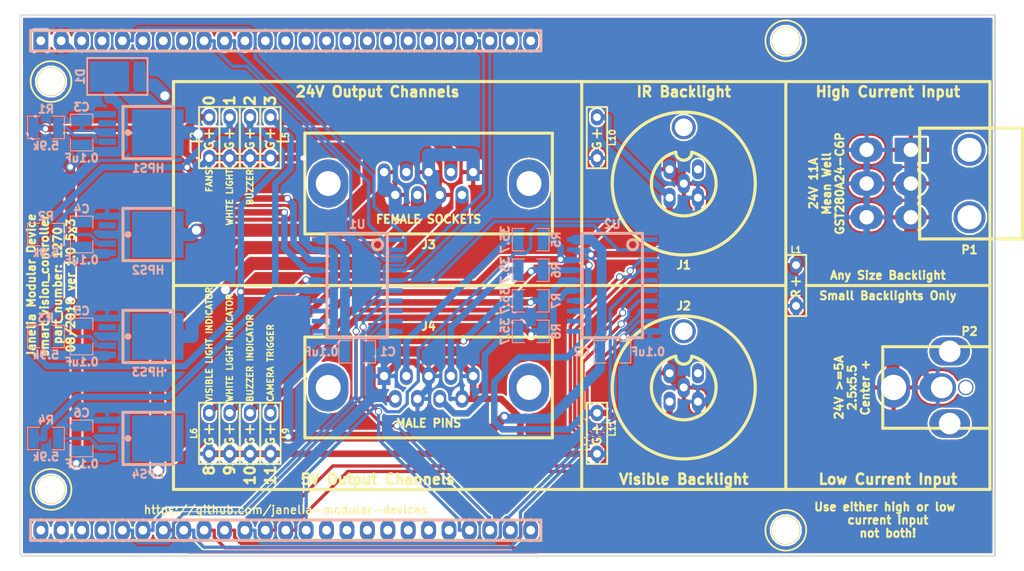
<source format=kicad_pcb>
(kicad_pcb (version 20171130) (host pcbnew 6.0.0-rc1-unknown-d9d0051~66~ubuntu18.04.1)
  (title_block (title smart_vision_controller_5x3) (rev 1.0))
  (layers (0 F.Cu signal) (31 B.Cu signal) (34 B.Paste user) (35 F.Paste user) (36 B.SilkS user) (37 F.SilkS user) (38 B.Mask user) (39 F.Mask user) (44 Edge.Cuts user))
  (net 0 "")
  (net 1 VEE)
  (net 2 GND)
  (net 3 VDD)
  (net 4 VAA)
  (net 5 /CHANNEL_0)
  (net 6 /CHANNEL_1)
  (net 7 /CHANNEL_2)
  (net 8 /CHANNEL_3)
  (net 9 /CHANNEL_11)
  (net 10 /CHANNEL_10)
  (net 11 /CHANNEL_9)
  (net 12 /CHANNEL_8)
  (net 13 /~ENABLE)
  (net 14 /FANS)
  (net 15 /output_0/FAULT)
  (net 16 /WHITE_LIGHT)
  (net 17 /output_1/FAULT)
  (net 18 /BUZZER)
  (net 19 /output_2/FAULT)
  (net 20 /OUTPUT_3)
  (net 21 /output_3/FAULT)
  (net 22 /C_12)
  (net 23 /C_13)
  (net 24 /VISIBLE_LIGHT_INDICATOR)
  (net 25 /WHITE_LIGHT_INDICATOR)
  (net 26 /BUZZER_INDICATOR)
  (net 27 /CAMERA_TRIGGER)
  (net 28 /C_0)
  (net 29 /C_1)
  (net 30 /C_2)
  (net 31 /C_3)
  (net 32 /C_8)
  (net 33 /C_9)
  (net 34 /C_10)
  (net 35 /C_11)
  (net 36 /CHANNEL_4)
  (net 37 /CHANNEL_5)
  (net 38 /CHANNEL_7)
  (net 39 /CHANNEL_6)
  (net 40 /CHANNEL_15)
  (net 41 /CHANNEL_14)
  (net 42 /CHANNEL_13)
  (net 43 /CHANNEL_12)
  (module smart_vision_controller_5x3:SM1210 (layer B.Cu) (at 133.35 111.125)
    (fp_text reference R8 (at 3.175 0 90) (layer B.SilkS) (effects (font (size 1.016 1.016) (thickness 0.254)) (justify mirror)))
    (fp_text value 35.7 (at -3.175 0 90) (layer B.SilkS) (effects (font (size 1.016 1.016) (thickness 0.254)) (justify mirror)))
    (pad 2 smd rect (at 1.524 0) (size 1.27 2.54) (layers B.Cu B.Paste B.Mask) (net 35 /C_11))
    (pad 1 smd rect (at -1.524 0) (size 1.27 2.54) (layers B.Cu B.Paste B.Mask) (net 27 /CAMERA_TRIGGER))
  )
  (module smart_vision_controller_5x3:DCJACK_2PIN_HIGHCURRENT (layer F.Cu) (at 190.5 118.11 270)
    (fp_text reference P2 (at -6.985 2.54) (layer F.SilkS) (effects (font (size 1.016 1.016) (thickness 0.254))))
    (fp_text value PWR_JACK_2.5x5.5 hide)
    (pad "" thru_hole oval (at 4.4958 5.0038 270) (size 3.556 5.08) (drill 2.6924) (layers *.Cu *.Mask))
    (pad "" thru_hole oval (at -4.4958 5.0038 270) (size 3.556 5.08) (drill 2.6924) (layers *.Cu *.Mask))
    (pad 1 thru_hole oval (at 0 11.9888 270) (size 5.08 4.064) (drill 3.1496) (layers *.Cu *.Mask) (net 4 VAA))
    (pad 2 thru_hole oval (at 0 5.9944 270) (size 3.556 4.572) (drill 2.6924 (offset 0 0.508)) (layers *.Cu *.Mask) (net 2 GND))
    (pad "" thru_hole circle (at 0 2.9972 270) (size 1.9304 1.9304) (drill 1.6002) (layers *.Cu *.Mask))
  )
  (module smart_vision_controller_5x3:MINI-FIT-JR_02X03_M_RA (layer F.Cu) (at 187.96 92.71 90)
    (fp_text reference P1 (at -8.255 0 180) (layer F.SilkS) (effects (font (size 1.016 1.016) (thickness 0.254))))
    (fp_text value MINI_FIT_JR_02X03_M_RA)
    (pad 6 thru_hole oval (at -4.2 -12.8 90) (size 3 4) (drill 1.8) (layers *.Cu *.Mask) (net 2 GND))
    (pad 5 thru_hole oval (at 0 -12.8 90) (size 3 4) (drill 1.8) (layers *.Cu *.Mask) (net 2 GND))
    (pad 4 thru_hole oval (at 4.2 -12.8 90) (size 3 4) (drill 1.8) (layers *.Cu *.Mask) (net 2 GND))
    (pad 3 thru_hole oval (at -4.2 -7.3 90) (size 3 4) (drill 1.8) (layers *.Cu *.Mask) (net 4 VAA))
    (pad 2 thru_hole oval (at 0 -7.3 90) (size 3 4) (drill 1.8) (layers *.Cu *.Mask) (net 4 VAA))
    (pad 1 thru_hole rect (at 4.2 -7.3 90) (size 3 4) (drill 1.8) (layers *.Cu *.Mask) (net 4 VAA))
    (pad "" thru_hole circle (at -4.2 0 90) (size 4 4) (drill 3) (layers *.Cu *.Mask))
    (pad "" thru_hole circle (at 4.2 0 90) (size 4 4) (drill 3) (layers *.Cu *.Mask))
  )
  (module smart_vision_controller_5x3:MODULAR_DEVICE_BASE_5X3_MALE (layer F.Cu) (at 91.44 105.41)
    (fp_text reference MDB1 hide)
    (fp_text value MODULAR_DEVICE_BASE_5x3_MALE hide)
    (pad 46 thru_hole oval (at 41.91 -30.48) (size 1.8542 2.54) (drill 1.0922) (layers *.Cu *.Mask))
    (pad 45 thru_hole oval (at 39.37 -30.48) (size 1.8542 2.54) (drill 1.0922) (layers *.Cu *.Mask))
    (pad 30 thru_hole oval (at 36.83 -30.48) (size 1.8542 2.54) (drill 1.0922) (layers *.Cu *.Mask) (net 8 /CHANNEL_3))
    (pad 29 thru_hole oval (at 34.29 -30.48) (size 1.8542 2.54) (drill 1.0922) (layers *.Cu *.Mask) (net 7 /CHANNEL_2))
    (pad 44 thru_hole oval (at 31.75 -30.48) (size 1.8542 2.54) (drill 1.0922) (layers *.Cu *.Mask))
    (pad 43 thru_hole oval (at 29.21 -30.48) (size 1.8542 2.54) (drill 1.0922) (layers *.Cu *.Mask))
    (pad 47 thru_hole oval (at 26.67 -30.48) (size 1.8542 2.54) (drill 1.0922) (layers *.Cu *.Mask))
    (pad 48 thru_hole oval (at 24.13 -30.48) (size 1.8542 2.54) (drill 1.0922) (layers *.Cu *.Mask))
    (pad 49 thru_hole oval (at 21.59 -30.48) (size 1.8542 2.54) (drill 1.0922) (layers *.Cu *.Mask))
    (pad 33 thru_hole oval (at 41.91 30.48) (size 1.8542 2.54) (drill 1.0922) (layers *.Cu *.Mask))
    (pad 34 thru_hole oval (at 39.37 30.48) (size 1.8542 2.54) (drill 1.0922) (layers *.Cu *.Mask))
    (pad 35 thru_hole oval (at 36.83 30.48) (size 1.8542 2.54) (drill 1.0922) (layers *.Cu *.Mask) (net 36 /CHANNEL_4))
    (pad 36 thru_hole oval (at 34.29 30.48) (size 1.8542 2.54) (drill 1.0922) (layers *.Cu *.Mask) (net 37 /CHANNEL_5))
    (pad 37 thru_hole oval (at 31.75 30.48) (size 1.8542 2.54) (drill 1.0922) (layers *.Cu *.Mask))
    (pad 38 thru_hole oval (at 29.21 30.48) (size 1.8542 2.54) (drill 1.0922) (layers *.Cu *.Mask))
    (pad 51 thru_hole oval (at 26.67 30.48) (size 1.8542 2.54) (drill 1.0922) (layers *.Cu *.Mask))
    (pad DAC0 thru_hole oval (at 24.13 30.48) (size 1.8542 2.54) (drill 1.0922) (layers *.Cu *.Mask))
    (pad DAC1 thru_hole oval (at 21.59 30.48) (size 1.8542 2.54) (drill 1.0922) (layers *.Cu *.Mask))
    (pad "" thru_hole circle (at 73.66 -30.48) (size 3.556 3.556) (drill 3.302) (layers *.Cu *.Mask F.SilkS))
    (pad "" thru_hole circle (at 73.66 30.48) (size 3.556 3.556) (drill 3.302) (layers *.Cu *.Mask F.SilkS))
    (pad "" thru_hole circle (at -17.78 25.4) (size 3.556 3.556) (drill 3.302) (layers *.Cu *.Mask F.SilkS))
    (pad "" thru_hole circle (at -17.78 -25.4) (size 3.556 3.556) (drill 3.302) (layers *.Cu *.Mask F.SilkS))
    (pad AREF thru_hole oval (at -19.05 30.48) (size 1.8542 2.54) (drill 1.0922) (layers *.Cu *.Mask))
    (pad VEE thru_hole oval (at -16.51 30.48) (size 1.8542 2.54) (drill 1.0922) (layers *.Cu *.Mask) (net 1 VEE))
    (pad AGND thru_hole oval (at -13.97 30.48) (size 1.8542 2.54) (drill 1.0922) (layers *.Cu *.Mask))
    (pad 3V3 thru_hole oval (at -11.43 30.48) (size 1.8542 2.54) (drill 1.0922) (layers *.Cu *.Mask))
    (pad 23 thru_hole oval (at -8.89 30.48) (size 1.8542 2.54) (drill 1.0922) (layers *.Cu *.Mask) (net 38 /CHANNEL_7))
    (pad 22 thru_hole oval (at -6.35 30.48) (size 1.8542 2.54) (drill 1.0922) (layers *.Cu *.Mask) (net 39 /CHANNEL_6))
    (pad 21 thru_hole oval (at -3.81 30.48) (size 1.8542 2.54) (drill 1.0922) (layers *.Cu *.Mask) (net 40 /CHANNEL_15))
    (pad 20 thru_hole oval (at -1.27 30.48) (size 1.8542 2.54) (drill 1.0922) (layers *.Cu *.Mask) (net 41 /CHANNEL_14))
    (pad 19 thru_hole oval (at 1.27 30.48) (size 1.8542 2.54) (drill 1.0922) (layers *.Cu *.Mask) (net 42 /CHANNEL_13))
    (pad 18 thru_hole oval (at 3.81 30.48) (size 1.8542 2.54) (drill 1.0922) (layers *.Cu *.Mask) (net 43 /CHANNEL_12))
    (pad 17 thru_hole oval (at 6.35 30.48) (size 1.8542 2.54) (drill 1.0922) (layers *.Cu *.Mask) (net 9 /CHANNEL_11))
    (pad 16 thru_hole oval (at 8.89 30.48) (size 1.8542 2.54) (drill 1.0922) (layers *.Cu *.Mask) (net 10 /CHANNEL_10))
    (pad 15 thru_hole oval (at 11.43 30.48) (size 1.8542 2.54) (drill 1.0922) (layers *.Cu *.Mask) (net 11 /CHANNEL_9))
    (pad 14 thru_hole oval (at 13.97 30.48) (size 1.8542 2.54) (drill 1.0922) (layers *.Cu *.Mask) (net 12 /CHANNEL_8))
    (pad 13 thru_hole oval (at 16.51 30.48) (size 1.8542 2.54) (drill 1.0922) (layers *.Cu *.Mask))
    (pad 53 thru_hole oval (at 19.05 30.48) (size 1.8542 2.54) (drill 1.0922) (layers *.Cu *.Mask))
    (pad 50 thru_hole oval (at 19.05 -30.48) (size 1.8542 2.54) (drill 1.0922) (layers *.Cu *.Mask))
    (pad 12 thru_hole oval (at 16.51 -30.48) (size 1.8542 2.54) (drill 1.0922) (layers *.Cu *.Mask))
    (pad 11 thru_hole oval (at 13.97 -30.48) (size 1.8542 2.54) (drill 1.0922) (layers *.Cu *.Mask))
    (pad 42 thru_hole oval (at 11.43 -30.48) (size 1.8542 2.54) (drill 1.0922) (layers *.Cu *.Mask))
    (pad 41 thru_hole oval (at 8.89 -30.48) (size 1.8542 2.54) (drill 1.0922) (layers *.Cu *.Mask))
    (pad 40 thru_hole oval (at 6.35 -30.48) (size 1.8542 2.54) (drill 1.0922) (layers *.Cu *.Mask))
    (pad 52 thru_hole oval (at 3.81 -30.48) (size 1.8542 2.54) (drill 1.0922) (layers *.Cu *.Mask) (net 13 /~ENABLE))
    (pad 6 thru_hole oval (at 1.27 -30.48) (size 1.8542 2.54) (drill 1.0922) (layers *.Cu *.Mask) (net 6 /CHANNEL_1))
    (pad 5 thru_hole oval (at -1.27 -30.48) (size 1.8542 2.54) (drill 1.0922) (layers *.Cu *.Mask))
    (pad 54 thru_hole oval (at -3.81 -30.48) (size 1.8542 2.54) (drill 1.0922) (layers *.Cu *.Mask))
    (pad 55 thru_hole oval (at -6.35 -30.48) (size 1.8542 2.54) (drill 1.0922) (layers *.Cu *.Mask))
    (pad 2 thru_hole oval (at -8.89 -30.48) (size 1.8542 2.54) (drill 1.0922) (layers *.Cu *.Mask) (net 5 /CHANNEL_0))
    (pad A11 thru_hole oval (at -11.43 -30.48) (size 1.8542 2.54) (drill 1.0922) (layers *.Cu *.Mask))
    (pad VDD thru_hole rect (at -19.05 -30.48) (size 1.8542 2.54) (drill 1.0922) (layers *.Cu *.Mask) (net 3 VDD))
    (pad A10 thru_hole oval (at -13.97 -30.48) (size 1.8542 2.54) (drill 1.0922) (layers *.Cu *.Mask))
    (pad GND thru_hole oval (at -16.51 -30.48) (size 1.8542 2.54) (drill 1.0922) (layers *.Cu *.Mask) (net 2 GND))
  )
  (module smart_vision_controller_5x3:CFP15 (layer B.Cu) (at 81.915 79.375 90)
    (fp_text reference D1 (at 0 -4.6 90) (layer B.SilkS) (effects (font (size 1.016 1.016) (thickness 0.254)) (justify mirror)))
    (fp_text value diode_schottky_45V_10A)
    (pad 2 smd rect (at 1.065 2.78 90) (size 1.6 1.44) (layers B.Cu B.Paste B.Mask) (net 4 VAA) (clearance 0.1))
    (pad 2 smd rect (at -1.065 2.78 90) (size 1.6 1.44) (layers B.Cu B.Paste B.Mask) (net 4 VAA) (clearance 0.1))
    (pad 1 smd rect (at 0 -1.02 90) (size 3.8 4.96) (layers B.Cu B.Paste B.Mask) (net 3 VDD) (clearance 0.1))
  )
  (module smart_vision_controller_5x3:SM1210 (layer B.Cu) (at 111.76 113.665)
    (fp_text reference C1 (at 3.81 0) (layer B.SilkS) (effects (font (size 1.016 1.016) (thickness 0.254)) (justify mirror)))
    (fp_text value 0.1uF (at -4.445 0 180) (layer B.SilkS) (effects (font (size 1.016 1.016) (thickness 0.254)) (justify mirror)))
    (pad 2 smd rect (at 1.524 0) (size 1.27 2.54) (layers B.Cu B.Paste B.Mask) (net 2 GND))
    (pad 1 smd rect (at -1.524 0) (size 1.27 2.54) (layers B.Cu B.Paste B.Mask) (net 1 VEE))
  )
  (module smart_vision_controller_5x3:SM1210 (layer B.Cu) (at 143.51 113.665)
    (fp_text reference C2 (at -3.81 0) (layer B.SilkS) (effects (font (size 1.016 1.016) (thickness 0.254)) (justify mirror)))
    (fp_text value 0.1uF (at 4.445 0) (layer B.SilkS) (effects (font (size 1.016 1.016) (thickness 0.254)) (justify mirror)))
    (pad 2 smd rect (at 1.524 0) (size 1.27 2.54) (layers B.Cu B.Paste B.Mask) (net 2 GND))
    (pad 1 smd rect (at -1.524 0) (size 1.27 2.54) (layers B.Cu B.Paste B.Mask) (net 1 VEE))
  )
  (module smart_vision_controller_5x3:SM1210 (layer B.Cu) (at 77.47 86.36 90)
    (fp_text reference C3 (at 3.175 0 180) (layer B.SilkS) (effects (font (size 1.016 1.016) (thickness 0.254)) (justify mirror)))
    (fp_text value 0.1uF (at -3.175 0 180) (layer B.SilkS) (effects (font (size 1.016 1.016) (thickness 0.254)) (justify mirror)))
    (pad 2 smd rect (at 1.524 0 90) (size 1.27 2.54) (layers B.Cu B.Paste B.Mask) (net 2 GND))
    (pad 1 smd rect (at -1.524 0 90) (size 1.27 2.54) (layers B.Cu B.Paste B.Mask) (net 3 VDD))
  )
  (module smart_vision_controller_5x3:SM1210 (layer B.Cu) (at 77.47 99.06 90)
    (fp_text reference C4 (at 3.175 0 180) (layer B.SilkS) (effects (font (size 1.016 1.016) (thickness 0.254)) (justify mirror)))
    (fp_text value 0.1uF (at -3.175 0 180) (layer B.SilkS) (effects (font (size 1.016 1.016) (thickness 0.254)) (justify mirror)))
    (pad 2 smd rect (at 1.524 0 90) (size 1.27 2.54) (layers B.Cu B.Paste B.Mask) (net 2 GND))
    (pad 1 smd rect (at -1.524 0 90) (size 1.27 2.54) (layers B.Cu B.Paste B.Mask) (net 3 VDD))
  )
  (module smart_vision_controller_5x3:SM1210 (layer B.Cu) (at 77.47 111.76 90)
    (fp_text reference C5 (at 3.175 0 180) (layer B.SilkS) (effects (font (size 1.016 1.016) (thickness 0.254)) (justify mirror)))
    (fp_text value 0.1uF (at -3.175 0 180) (layer B.SilkS) (effects (font (size 1.016 1.016) (thickness 0.254)) (justify mirror)))
    (pad 2 smd rect (at 1.524 0 90) (size 1.27 2.54) (layers B.Cu B.Paste B.Mask) (net 2 GND))
    (pad 1 smd rect (at -1.524 0 90) (size 1.27 2.54) (layers B.Cu B.Paste B.Mask) (net 3 VDD))
  )
  (module smart_vision_controller_5x3:SM1210 (layer B.Cu) (at 77.47 124.46 90)
    (fp_text reference C6 (at 3.175 0 180) (layer B.SilkS) (effects (font (size 1.016 1.016) (thickness 0.254)) (justify mirror)))
    (fp_text value 0.1uF (at -3.175 0 180) (layer B.SilkS) (effects (font (size 1.016 1.016) (thickness 0.254)) (justify mirror)))
    (pad 2 smd rect (at 1.524 0 90) (size 1.27 2.54) (layers B.Cu B.Paste B.Mask) (net 2 GND))
    (pad 1 smd rect (at -1.524 0 90) (size 1.27 2.54) (layers B.Cu B.Paste B.Mask) (net 3 VDD))
  )
  (module smart_vision_controller_5x3:PG-TO252-5-11 (layer B.Cu) (at 80.645 86.36 90)
    (fp_text reference HPS1 (at -4.445 5.1) (layer B.SilkS) (effects (font (size 1.016 1.016) (thickness 0.254)) (justify mirror)))
    (fp_text value BTS3256)
    (pad 6 smd rect (at 0 6.3 90) (size 5.8 6.4) (layers B.Cu B.Paste B.Mask) (net 14 /FANS))
    (pad 1 smd rect (at -2.28 0 90) (size 0.8 2.2) (layers B.Cu B.Paste B.Mask) (net 3 VDD))
    (pad 2 smd rect (at -1.14 0 90) (size 0.8 2.2) (layers B.Cu B.Paste B.Mask) (net 15 /output_0/FAULT))
    (pad 4 smd rect (at 1.14 0 90) (size 0.8 2.2) (layers B.Cu B.Paste B.Mask))
    (pad 5 smd rect (at 2.28 0 90) (size 0.8 2.2) (layers B.Cu B.Paste B.Mask) (net 2 GND))
  )
  (module smart_vision_controller_5x3:PG-TO252-5-11 (layer B.Cu) (at 80.645 99.06 90)
    (fp_text reference HPS2 (at -4.445 5.1) (layer B.SilkS) (effects (font (size 1.016 1.016) (thickness 0.254)) (justify mirror)))
    (fp_text value BTS3256)
    (pad 6 smd rect (at 0 6.3 90) (size 5.8 6.4) (layers B.Cu B.Paste B.Mask) (net 16 /WHITE_LIGHT))
    (pad 1 smd rect (at -2.28 0 90) (size 0.8 2.2) (layers B.Cu B.Paste B.Mask) (net 3 VDD))
    (pad 2 smd rect (at -1.14 0 90) (size 0.8 2.2) (layers B.Cu B.Paste B.Mask) (net 17 /output_1/FAULT))
    (pad 4 smd rect (at 1.14 0 90) (size 0.8 2.2) (layers B.Cu B.Paste B.Mask))
    (pad 5 smd rect (at 2.28 0 90) (size 0.8 2.2) (layers B.Cu B.Paste B.Mask) (net 2 GND))
  )
  (module smart_vision_controller_5x3:PG-TO252-5-11 (layer B.Cu) (at 80.645 111.76 90)
    (fp_text reference HPS3 (at -4.445 5.1) (layer B.SilkS) (effects (font (size 1.016 1.016) (thickness 0.254)) (justify mirror)))
    (fp_text value BTS3256)
    (pad 6 smd rect (at 0 6.3 90) (size 5.8 6.4) (layers B.Cu B.Paste B.Mask) (net 18 /BUZZER))
    (pad 1 smd rect (at -2.28 0 90) (size 0.8 2.2) (layers B.Cu B.Paste B.Mask) (net 3 VDD))
    (pad 2 smd rect (at -1.14 0 90) (size 0.8 2.2) (layers B.Cu B.Paste B.Mask) (net 19 /output_2/FAULT))
    (pad 4 smd rect (at 1.14 0 90) (size 0.8 2.2) (layers B.Cu B.Paste B.Mask))
    (pad 5 smd rect (at 2.28 0 90) (size 0.8 2.2) (layers B.Cu B.Paste B.Mask) (net 2 GND))
  )
  (module smart_vision_controller_5x3:PG-TO252-5-11 (layer B.Cu) (at 80.645 124.46 90)
    (fp_text reference HPS4 (at -4.445 5.08) (layer B.SilkS) (effects (font (size 1.016 1.016) (thickness 0.254)) (justify mirror)))
    (fp_text value BTS3256)
    (pad 6 smd rect (at 0 6.3 90) (size 5.8 6.4) (layers B.Cu B.Paste B.Mask) (net 20 /OUTPUT_3))
    (pad 1 smd rect (at -2.28 0 90) (size 0.8 2.2) (layers B.Cu B.Paste B.Mask) (net 3 VDD))
    (pad 2 smd rect (at -1.14 0 90) (size 0.8 2.2) (layers B.Cu B.Paste B.Mask) (net 21 /output_3/FAULT))
    (pad 4 smd rect (at 1.14 0 90) (size 0.8 2.2) (layers B.Cu B.Paste B.Mask))
    (pad 5 smd rect (at 2.28 0 90) (size 0.8 2.2) (layers B.Cu B.Paste B.Mask) (net 2 GND))
  )
  (module smart_vision_controller_5x3:DB9F (layer F.Cu) (at 120.65 92.71)
    (fp_text reference J3 (at 0 7.62) (layer F.SilkS) (effects (font (size 1.016 1.016) (thickness 0.254))))
    (fp_text value DB9F)
    (fp_text user "FEMALE SOCKETS" (at 0 4.445) (layer F.SilkS) (effects (font (size 1.016 1.016) (thickness 0.254))))
    (pad "" thru_hole oval (at -12.495 0) (size 5 6) (drill 3.1) (layers *.Cu *.Mask))
    (pad "" thru_hole oval (at 12.492 0) (size 5 6) (drill 3.1) (layers *.Cu *.Mask))
    (pad 5 thru_hole oval (at -5.54 -1.42) (size 1.6 2.2) (drill 1.04) (layers *.Cu *.Mask) (net 4 VAA))
    (pad 4 thru_hole oval (at -2.77 -1.42) (size 1.6 2.2) (drill 1.04) (layers *.Cu *.Mask) (net 16 /WHITE_LIGHT))
    (pad 3 thru_hole oval (at 0 -1.42) (size 1.6 2.2) (drill 1.04) (layers *.Cu *.Mask) (net 4 VAA))
    (pad 2 thru_hole oval (at 2.77 -1.42) (size 1.6 2.2) (drill 1.04) (layers *.Cu *.Mask) (net 14 /FANS))
    (pad 1 thru_hole rect (at 5.54 -1.42) (size 1.6 2.2) (drill 1.04) (layers *.Cu *.Mask) (net 4 VAA))
    (pad 9 thru_hole oval (at -4.155 1.42) (size 1.6 2.2) (drill 1.04) (layers *.Cu *.Mask) (net 4 VAA))
    (pad 8 thru_hole oval (at -1.385 1.42) (size 1.6 2.2) (drill 1.04) (layers *.Cu *.Mask) (net 20 /OUTPUT_3))
    (pad 7 thru_hole oval (at 1.385 1.42) (size 1.6 2.2) (drill 1.04) (layers *.Cu *.Mask) (net 4 VAA))
    (pad 6 thru_hole oval (at 4.155 1.42) (size 1.6 2.2) (drill 1.04) (layers *.Cu *.Mask) (net 18 /BUZZER))
  )
  (module smart_vision_controller_5x3:DB9M (layer F.Cu) (at 120.65 118.11)
    (fp_text reference J4 (at 0 -7.62) (layer F.SilkS) (effects (font (size 1.016 1.016) (thickness 0.254))))
    (fp_text value DB9M)
    (fp_text user "MALE PINS" (at 0 4.445) (layer F.SilkS) (effects (font (size 1.016 1.016) (thickness 0.254))))
    (pad "" thru_hole oval (at -12.495 0) (size 5 6) (drill 3.1) (layers *.Cu *.Mask))
    (pad "" thru_hole oval (at 12.492 0) (size 5 6) (drill 3.1) (layers *.Cu *.Mask))
    (pad 1 thru_hole rect (at -5.54 -1.42) (size 1.6 2.2) (drill 1.04) (layers *.Cu *.Mask) (net 2 GND))
    (pad 2 thru_hole oval (at -2.77 -1.42) (size 1.6 2.2) (drill 1.04) (layers *.Cu *.Mask) (net 24 /VISIBLE_LIGHT_INDICATOR))
    (pad 3 thru_hole oval (at 0 -1.42) (size 1.6 2.2) (drill 1.04) (layers *.Cu *.Mask) (net 2 GND))
    (pad 4 thru_hole oval (at 2.77 -1.42) (size 1.6 2.2) (drill 1.04) (layers *.Cu *.Mask) (net 25 /WHITE_LIGHT_INDICATOR))
    (pad 5 thru_hole oval (at 5.54 -1.42) (size 1.6 2.2) (drill 1.04) (layers *.Cu *.Mask) (net 2 GND))
    (pad 6 thru_hole oval (at -4.155 1.42) (size 1.6 2.2) (drill 1.04) (layers *.Cu *.Mask) (net 26 /BUZZER_INDICATOR))
    (pad 7 thru_hole oval (at -1.385 1.42) (size 1.6 2.2) (drill 1.04) (layers *.Cu *.Mask) (net 2 GND))
    (pad 8 thru_hole oval (at 1.385 1.42) (size 1.6 2.2) (drill 1.04) (layers *.Cu *.Mask) (net 27 /CAMERA_TRIGGER))
    (pad 9 thru_hole oval (at 4.155 1.42) (size 1.6 2.2) (drill 1.04) (layers *.Cu *.Mask) (net 2 GND))
  )
  (module smart_vision_controller_5x3:M12-5_RCPT_F (layer F.Cu) (at 152.4 92.71)
    (fp_text reference J1 (at 0 10.16) (layer F.SilkS) (effects (font (size 1.016 1.016) (thickness 0.254))))
    (fp_text value M12-5_RCPT_F)
    (pad "" thru_hole circle (at 0 -7) (size 3 3) (drill 2.2) (layers *.Cu *.Mask))
    (pad 4 thru_hole oval (at -1.7678 1.7678) (size 1.5 2.5) (drill 1) (layers *.Cu *.Mask) (net 22 /C_12))
    (pad 3 thru_hole oval (at 1.7678 1.7678) (size 1.5 2.5) (drill 1) (layers *.Cu *.Mask) (net 2 GND))
    (pad 2 thru_hole oval (at 1.7678 -1.7678) (size 1.5 2.5) (drill 1) (layers *.Cu *.Mask))
    (pad 1 thru_hole oval (at -1.7678 -1.7678) (size 1.5 2.5) (drill 1) (layers *.Cu *.Mask) (net 4 VAA))
    (pad 5 thru_hole oval (at 0 0) (size 1.5 2.5) (drill 1) (layers *.Cu *.Mask) (net 4 VAA))
  )
  (module smart_vision_controller_5x3:M12-5_RCPT_F (layer F.Cu) (at 152.4 118.11)
    (fp_text reference J2 (at 0 -10.16) (layer F.SilkS) (effects (font (size 1.016 1.016) (thickness 0.254))))
    (fp_text value M12-5_RCPT_F)
    (pad "" thru_hole circle (at 0 -7) (size 3 3) (drill 2.2) (layers *.Cu *.Mask))
    (pad 4 thru_hole oval (at -1.7678 1.7678) (size 1.5 2.5) (drill 1) (layers *.Cu *.Mask) (net 23 /C_13))
    (pad 3 thru_hole oval (at 1.7678 1.7678) (size 1.5 2.5) (drill 1) (layers *.Cu *.Mask) (net 2 GND))
    (pad 2 thru_hole oval (at 1.7678 -1.7678) (size 1.5 2.5) (drill 1) (layers *.Cu *.Mask))
    (pad 1 thru_hole oval (at -1.7678 -1.7678) (size 1.5 2.5) (drill 1) (layers *.Cu *.Mask) (net 4 VAA))
    (pad 5 thru_hole oval (at 0 0) (size 1.5 2.5) (drill 1) (layers *.Cu *.Mask) (net 4 VAA))
  )
  (module smart_vision_controller_5x3:SM1210 (layer B.Cu) (at 73.025 85.725 180)
    (fp_text reference R1 (at 0 2.286 180) (layer B.SilkS) (effects (font (size 1.016 1.016) (thickness 0.254)) (justify mirror)))
    (fp_text value 5.9k (at 0 -2.286 180) (layer B.SilkS) (effects (font (size 1.016 1.016) (thickness 0.254)) (justify mirror)))
    (pad 2 smd rect (at 1.524 0 180) (size 1.27 2.54) (layers B.Cu B.Paste B.Mask) (net 28 /C_0))
    (pad 1 smd rect (at -1.524 0 180) (size 1.27 2.54) (layers B.Cu B.Paste B.Mask) (net 15 /output_0/FAULT))
  )
  (module smart_vision_controller_5x3:SM1210 (layer B.Cu) (at 73.025 99.06 180)
    (fp_text reference R2 (at 0 2.286 180) (layer B.SilkS) (effects (font (size 1.016 1.016) (thickness 0.254)) (justify mirror)))
    (fp_text value 5.9k (at 0 -2.286 180) (layer B.SilkS) (effects (font (size 1.016 1.016) (thickness 0.254)) (justify mirror)))
    (pad 2 smd rect (at 1.524 0 180) (size 1.27 2.54) (layers B.Cu B.Paste B.Mask) (net 29 /C_1))
    (pad 1 smd rect (at -1.524 0 180) (size 1.27 2.54) (layers B.Cu B.Paste B.Mask) (net 17 /output_1/FAULT))
  )
  (module smart_vision_controller_5x3:SM1210 (layer B.Cu) (at 73.025 111.76 180)
    (fp_text reference R3 (at 0 2.286 180) (layer B.SilkS) (effects (font (size 1.016 1.016) (thickness 0.254)) (justify mirror)))
    (fp_text value 5.9k (at 0 -2.286 180) (layer B.SilkS) (effects (font (size 1.016 1.016) (thickness 0.254)) (justify mirror)))
    (pad 2 smd rect (at 1.524 0 180) (size 1.27 2.54) (layers B.Cu B.Paste B.Mask) (net 30 /C_2))
    (pad 1 smd rect (at -1.524 0 180) (size 1.27 2.54) (layers B.Cu B.Paste B.Mask) (net 19 /output_2/FAULT))
  )
  (module smart_vision_controller_5x3:SM1210 (layer B.Cu) (at 73.025 124.46 180)
    (fp_text reference R4 (at 0 2.286 180) (layer B.SilkS) (effects (font (size 1.016 1.016) (thickness 0.254)) (justify mirror)))
    (fp_text value 5.9k (at 0 -2.286 180) (layer B.SilkS) (effects (font (size 1.016 1.016) (thickness 0.254)) (justify mirror)))
    (pad 2 smd rect (at 1.524 0 180) (size 1.27 2.54) (layers B.Cu B.Paste B.Mask) (net 31 /C_3))
    (pad 1 smd rect (at -1.524 0 180) (size 1.27 2.54) (layers B.Cu B.Paste B.Mask) (net 21 /output_3/FAULT))
  )
  (module smart_vision_controller_5x3:SM1210 (layer B.Cu) (at 133.35 99.695)
    (fp_text reference R5 (at 3.175 0 90) (layer B.SilkS) (effects (font (size 1.016 1.016) (thickness 0.254)) (justify mirror)))
    (fp_text value 35.7 (at -3.175 0 90) (layer B.SilkS) (effects (font (size 1.016 1.016) (thickness 0.254)) (justify mirror)))
    (pad 2 smd rect (at 1.524 0) (size 1.27 2.54) (layers B.Cu B.Paste B.Mask) (net 32 /C_8))
    (pad 1 smd rect (at -1.524 0) (size 1.27 2.54) (layers B.Cu B.Paste B.Mask) (net 24 /VISIBLE_LIGHT_INDICATOR))
  )
  (module smart_vision_controller_5x3:SM1210 (layer B.Cu) (at 133.35 103.505)
    (fp_text reference R6 (at 3.175 0 90) (layer B.SilkS) (effects (font (size 1.016 1.016) (thickness 0.254)) (justify mirror)))
    (fp_text value 35.7 (at -3.175 0 90) (layer B.SilkS) (effects (font (size 1.016 1.016) (thickness 0.254)) (justify mirror)))
    (pad 2 smd rect (at 1.524 0) (size 1.27 2.54) (layers B.Cu B.Paste B.Mask) (net 33 /C_9))
    (pad 1 smd rect (at -1.524 0) (size 1.27 2.54) (layers B.Cu B.Paste B.Mask) (net 25 /WHITE_LIGHT_INDICATOR))
  )
  (module smart_vision_controller_5x3:SM1210 (layer B.Cu) (at 133.35 107.315)
    (fp_text reference R7 (at 3.175 0 90) (layer B.SilkS) (effects (font (size 1.016 1.016) (thickness 0.254)) (justify mirror)))
    (fp_text value 35.7 (at -3.175 0 90) (layer B.SilkS) (effects (font (size 1.016 1.016) (thickness 0.254)) (justify mirror)))
    (pad 2 smd rect (at 1.524 0) (size 1.27 2.54) (layers B.Cu B.Paste B.Mask) (net 34 /C_10))
    (pad 1 smd rect (at -1.524 0) (size 1.27 2.54) (layers B.Cu B.Paste B.Mask) (net 26 /BUZZER_INDICATOR))
  )
  (module smart_vision_controller_5x3:SOIC_20 (layer B.Cu) (at 111.76 105.41 180)
    (fp_text reference U1 (at 0 7.62 180) (layer B.SilkS) (effects (font (size 1.016 1.016) (thickness 0.254)) (justify mirror)))
    (fp_text value SN74ABT541BDWR)
    (pad 1 smd rect (at -4.65 5.715 180) (size 2 0.6) (layers B.Cu B.Paste B.Mask) (net 13 /~ENABLE) (clearance 0.07))
    (pad 2 smd rect (at -4.65 4.445 180) (size 2 0.6) (layers B.Cu B.Paste B.Mask) (net 5 /CHANNEL_0) (clearance 0.07))
    (pad 3 smd rect (at -4.65 3.175 180) (size 2 0.6) (layers B.Cu B.Paste B.Mask) (net 6 /CHANNEL_1) (clearance 0.07))
    (pad 4 smd rect (at -4.65 1.905 180) (size 2 0.6) (layers B.Cu B.Paste B.Mask) (net 7 /CHANNEL_2) (clearance 0.07))
    (pad 5 smd rect (at -4.65 0.635 180) (size 2 0.6) (layers B.Cu B.Paste B.Mask) (net 8 /CHANNEL_3) (clearance 0.07))
    (pad 6 smd rect (at -4.65 -0.635 180) (size 2 0.6) (layers B.Cu B.Paste B.Mask) (net 36 /CHANNEL_4) (clearance 0.07))
    (pad 7 smd rect (at -4.65 -1.905 180) (size 2 0.6) (layers B.Cu B.Paste B.Mask) (net 37 /CHANNEL_5) (clearance 0.07))
    (pad 8 smd rect (at -4.65 -3.175 180) (size 2 0.6) (layers B.Cu B.Paste B.Mask) (net 39 /CHANNEL_6) (clearance 0.07))
    (pad 9 smd rect (at -4.65 -4.445 180) (size 2 0.6) (layers B.Cu B.Paste B.Mask) (net 38 /CHANNEL_7) (clearance 0.07))
    (pad 10 smd rect (at -4.65 -5.715 180) (size 2 0.6) (layers B.Cu B.Paste B.Mask) (net 2 GND) (clearance 0.07))
    (pad 11 smd rect (at 4.65 -5.715 180) (size 2 0.6) (layers B.Cu B.Paste B.Mask) (clearance 0.07))
    (pad 12 smd rect (at 4.65 -4.445 180) (size 2 0.6) (layers B.Cu B.Paste B.Mask) (clearance 0.07))
    (pad 13 smd rect (at 4.65 -3.175 180) (size 2 0.6) (layers B.Cu B.Paste B.Mask) (clearance 0.07))
    (pad 14 smd rect (at 4.65 -1.905 180) (size 2 0.6) (layers B.Cu B.Paste B.Mask) (clearance 0.07))
    (pad 15 smd rect (at 4.65 -0.635 180) (size 2 0.6) (layers B.Cu B.Paste B.Mask) (net 31 /C_3) (clearance 0.07))
    (pad 16 smd rect (at 4.65 0.635 180) (size 2 0.6) (layers B.Cu B.Paste B.Mask) (net 30 /C_2) (clearance 0.07))
    (pad 17 smd rect (at 4.65 1.905 180) (size 2 0.6) (layers B.Cu B.Paste B.Mask) (net 29 /C_1) (clearance 0.07))
    (pad 18 smd rect (at 4.65 3.175 180) (size 2 0.6) (layers B.Cu B.Paste B.Mask) (net 28 /C_0) (clearance 0.07))
    (pad 19 smd rect (at 4.65 4.445 180) (size 2 0.6) (layers B.Cu B.Paste B.Mask) (net 2 GND) (clearance 0.07))
    (pad 20 smd rect (at 4.65 5.715 180) (size 2 0.6) (layers B.Cu B.Paste B.Mask) (net 1 VEE) (clearance 0.07))
  )
  (module smart_vision_controller_5x3:SOIC_20 (layer B.Cu) (at 143.51 105.41 180)
    (fp_text reference U2 (at 0 7.62 180) (layer B.SilkS) (effects (font (size 1.016 1.016) (thickness 0.254)) (justify mirror)))
    (fp_text value SN74ABT541BDWR)
    (pad 1 smd rect (at -4.65 5.715 180) (size 2 0.6) (layers B.Cu B.Paste B.Mask) (net 13 /~ENABLE) (clearance 0.07))
    (pad 2 smd rect (at -4.65 4.445 180) (size 2 0.6) (layers B.Cu B.Paste B.Mask) (net 12 /CHANNEL_8) (clearance 0.07))
    (pad 3 smd rect (at -4.65 3.175 180) (size 2 0.6) (layers B.Cu B.Paste B.Mask) (net 11 /CHANNEL_9) (clearance 0.07))
    (pad 4 smd rect (at -4.65 1.905 180) (size 2 0.6) (layers B.Cu B.Paste B.Mask) (net 10 /CHANNEL_10) (clearance 0.07))
    (pad 5 smd rect (at -4.65 0.635 180) (size 2 0.6) (layers B.Cu B.Paste B.Mask) (net 9 /CHANNEL_11) (clearance 0.07))
    (pad 6 smd rect (at -4.65 -0.635 180) (size 2 0.6) (layers B.Cu B.Paste B.Mask) (net 43 /CHANNEL_12) (clearance 0.07))
    (pad 7 smd rect (at -4.65 -1.905 180) (size 2 0.6) (layers B.Cu B.Paste B.Mask) (net 42 /CHANNEL_13) (clearance 0.07))
    (pad 8 smd rect (at -4.65 -3.175 180) (size 2 0.6) (layers B.Cu B.Paste B.Mask) (net 41 /CHANNEL_14) (clearance 0.07))
    (pad 9 smd rect (at -4.65 -4.445 180) (size 2 0.6) (layers B.Cu B.Paste B.Mask) (net 40 /CHANNEL_15) (clearance 0.07))
    (pad 10 smd rect (at -4.65 -5.715 180) (size 2 0.6) (layers B.Cu B.Paste B.Mask) (net 2 GND) (clearance 0.07))
    (pad 11 smd rect (at 4.65 -5.715 180) (size 2 0.6) (layers B.Cu B.Paste B.Mask) (clearance 0.07))
    (pad 12 smd rect (at 4.65 -4.445 180) (size 2 0.6) (layers B.Cu B.Paste B.Mask) (clearance 0.07))
    (pad 13 smd rect (at 4.65 -3.175 180) (size 2 0.6) (layers B.Cu B.Paste B.Mask) (net 23 /C_13) (clearance 0.07))
    (pad 14 smd rect (at 4.65 -1.905 180) (size 2 0.6) (layers B.Cu B.Paste B.Mask) (net 22 /C_12) (clearance 0.07))
    (pad 15 smd rect (at 4.65 -0.635 180) (size 2 0.6) (layers B.Cu B.Paste B.Mask) (net 35 /C_11) (clearance 0.07))
    (pad 16 smd rect (at 4.65 0.635 180) (size 2 0.6) (layers B.Cu B.Paste B.Mask) (net 34 /C_10) (clearance 0.07))
    (pad 17 smd rect (at 4.65 1.905 180) (size 2 0.6) (layers B.Cu B.Paste B.Mask) (net 33 /C_9) (clearance 0.07))
    (pad 18 smd rect (at 4.65 3.175 180) (size 2 0.6) (layers B.Cu B.Paste B.Mask) (net 32 /C_8) (clearance 0.07))
    (pad 19 smd rect (at 4.65 4.445 180) (size 2 0.6) (layers B.Cu B.Paste B.Mask) (net 2 GND) (clearance 0.07))
    (pad 20 smd rect (at 4.65 5.715 180) (size 2 0.6) (layers B.Cu B.Paste B.Mask) (net 1 VEE) (clearance 0.07))
  )
  (module smart_vision_controller_5x3:LED_555-3XXX_R (layer F.Cu) (at 166.37 105.41)
    (fp_text reference L1 (at 0 -4.445 180) (layer F.SilkS) (effects (font (size 0.762 0.762) (thickness 0.1905))))
    (fp_text value LED_24V_RED hide)
    (fp_text user R (at 0 1 90) (layer F.SilkS) (effects (font (size 1.016 1.016) (thickness 0.254))))
    (pad 1 thru_hole oval (at 0 -2.54) (size 1.524 2.032) (drill 0.9652) (layers *.Cu *.Mask) (net 4 VAA))
    (pad 2 thru_hole oval (at 0 2.54) (size 1.524 2.032) (drill 0.9652) (layers *.Cu *.Mask) (net 2 GND))
  )
  (module smart_vision_controller_5x3:LED_555-3XXX_G (layer F.Cu) (at 93.345 86.995)
    (fp_text reference L2 (at -1.905 0 90) (layer F.SilkS) (effects (font (size 0.762 0.762) (thickness 0.1905))))
    (fp_text value LED_5V_GRN hide)
    (fp_text user G (at 0 1 90) (layer F.SilkS) (effects (font (size 1.016 1.016) (thickness 0.254))))
    (pad 2 thru_hole oval (at 0 2.54) (size 1.524 2.032) (drill 0.9652) (layers *.Cu *.Mask) (net 2 GND))
    (pad 1 thru_hole oval (at 0 -2.54) (size 1.524 2.032) (drill 0.9652) (layers *.Cu *.Mask) (net 28 /C_0))
  )
  (module smart_vision_controller_5x3:LED_555-3XXX_G (layer F.Cu) (at 95.885 86.995)
    (fp_text reference L3 hide)
    (fp_text value LED_5V_GRN hide)
    (fp_text user G (at 0 1 90) (layer F.SilkS) (effects (font (size 1.016 1.016) (thickness 0.254))))
    (pad 1 thru_hole oval (at 0 -2.54) (size 1.524 2.032) (drill 0.9652) (layers *.Cu *.Mask) (net 29 /C_1))
    (pad 2 thru_hole oval (at 0 2.54) (size 1.524 2.032) (drill 0.9652) (layers *.Cu *.Mask) (net 2 GND))
  )
  (module smart_vision_controller_5x3:LED_555-3XXX_G (layer F.Cu) (at 98.425 86.995)
    (fp_text reference L4 hide)
    (fp_text value LED_5V_GRN hide)
    (fp_text user G (at 0 1 90) (layer F.SilkS) (effects (font (size 1.016 1.016) (thickness 0.254))))
    (pad 2 thru_hole oval (at 0 2.54) (size 1.524 2.032) (drill 0.9652) (layers *.Cu *.Mask) (net 2 GND))
    (pad 1 thru_hole oval (at 0 -2.54) (size 1.524 2.032) (drill 0.9652) (layers *.Cu *.Mask) (net 30 /C_2))
  )
  (module smart_vision_controller_5x3:LED_555-3XXX_G (layer F.Cu) (at 100.965 86.995)
    (fp_text reference L5 (at 1.905 0 90) (layer F.SilkS) (effects (font (size 0.762 0.762) (thickness 0.1905))))
    (fp_text value LED_5V_GRN hide)
    (fp_text user G (at 0 1 90) (layer F.SilkS) (effects (font (size 1.016 1.016) (thickness 0.254))))
    (pad 1 thru_hole oval (at 0 -2.54) (size 1.524 2.032) (drill 0.9652) (layers *.Cu *.Mask) (net 31 /C_3))
    (pad 2 thru_hole oval (at 0 2.54) (size 1.524 2.032) (drill 0.9652) (layers *.Cu *.Mask) (net 2 GND))
  )
  (module smart_vision_controller_5x3:LED_555-3XXX_G (layer F.Cu) (at 93.345 123.825)
    (fp_text reference L6 (at -1.905 0 90) (layer F.SilkS) (effects (font (size 0.762 0.762) (thickness 0.1905))))
    (fp_text value LED_5V_GRN hide)
    (fp_text user G (at 0 1 90) (layer F.SilkS) (effects (font (size 1.016 1.016) (thickness 0.254))))
    (pad 2 thru_hole oval (at 0 2.54) (size 1.524 2.032) (drill 0.9652) (layers *.Cu *.Mask) (net 2 GND))
    (pad 1 thru_hole oval (at 0 -2.54) (size 1.524 2.032) (drill 0.9652) (layers *.Cu *.Mask) (net 32 /C_8))
  )
  (module smart_vision_controller_5x3:LED_555-3XXX_G (layer F.Cu) (at 95.885 123.825)
    (fp_text reference L7 hide)
    (fp_text value LED_5V_GRN hide)
    (fp_text user G (at 0 1 90) (layer F.SilkS) (effects (font (size 1.016 1.016) (thickness 0.254))))
    (pad 2 thru_hole oval (at 0 2.54) (size 1.524 2.032) (drill 0.9652) (layers *.Cu *.Mask) (net 2 GND))
    (pad 1 thru_hole oval (at 0 -2.54) (size 1.524 2.032) (drill 0.9652) (layers *.Cu *.Mask) (net 33 /C_9))
  )
  (module smart_vision_controller_5x3:LED_555-3XXX_G (layer F.Cu) (at 98.425 123.825)
    (fp_text reference L8 hide)
    (fp_text value LED_5V_GRN hide)
    (fp_text user G (at 0 1 90) (layer F.SilkS) (effects (font (size 1.016 1.016) (thickness 0.254))))
    (pad 1 thru_hole oval (at 0 -2.54) (size 1.524 2.032) (drill 0.9652) (layers *.Cu *.Mask) (net 34 /C_10))
    (pad 2 thru_hole oval (at 0 2.54) (size 1.524 2.032) (drill 0.9652) (layers *.Cu *.Mask) (net 2 GND))
  )
  (module smart_vision_controller_5x3:LED_555-3XXX_G (layer F.Cu) (at 100.965 123.825)
    (fp_text reference L9 (at 1.905 0 90) (layer F.SilkS) (effects (font (size 0.762 0.762) (thickness 0.1905))))
    (fp_text value LED_5V_GRN hide)
    (fp_text user G (at 0 1 90) (layer F.SilkS) (effects (font (size 1.016 1.016) (thickness 0.254))))
    (pad 1 thru_hole oval (at 0 -2.54) (size 1.524 2.032) (drill 0.9652) (layers *.Cu *.Mask) (net 35 /C_11))
    (pad 2 thru_hole oval (at 0 2.54) (size 1.524 2.032) (drill 0.9652) (layers *.Cu *.Mask) (net 2 GND))
  )
  (module smart_vision_controller_5x3:LED_555-3XXX_G (layer F.Cu) (at 141.605 86.995)
    (fp_text reference L10 (at 1.905 0 90) (layer F.SilkS) (effects (font (size 0.762 0.762) (thickness 0.1905))))
    (fp_text value LED_5V_GRN hide)
    (fp_text user G (at 0 1 90) (layer F.SilkS) (effects (font (size 1.016 1.016) (thickness 0.254))))
    (pad 1 thru_hole oval (at 0 -2.54) (size 1.524 2.032) (drill 0.9652) (layers *.Cu *.Mask) (net 22 /C_12))
    (pad 2 thru_hole oval (at 0 2.54) (size 1.524 2.032) (drill 0.9652) (layers *.Cu *.Mask) (net 2 GND))
  )
  (module smart_vision_controller_5x3:LED_555-3XXX_G (layer F.Cu) (at 141.605 123.825)
    (fp_text reference L11 (at 1.905 -0.635 90) (layer F.SilkS) (effects (font (size 0.762 0.762) (thickness 0.1905))))
    (fp_text value LED_5V_GRN hide)
    (fp_text user G (at 0 1 90) (layer F.SilkS) (effects (font (size 1.016 1.016) (thickness 0.254))))
    (pad 2 thru_hole oval (at 0 2.54) (size 1.524 2.032) (drill 0.9652) (layers *.Cu *.Mask) (net 2 GND))
    (pad 1 thru_hole oval (at 0 -2.54) (size 1.524 2.032) (drill 0.9652) (layers *.Cu *.Mask) (net 23 /C_13))
  )
  (gr_text "Any Size Backlight" (at 177.8 104.14) (layer F.SilkS) (effects (font (size 1.016 1.016) (thickness 0.254))))
  (gr_text "Small Backlights Only" (at 177.8 106.68) (layer F.SilkS) (effects (font (size 1.016 1.016) (thickness 0.254))))
  (gr_text "VISIBLE LIGHT INDICATOR" (at 93.345 120.015 90) (layer F.SilkS) (effects (font (size 0.762 0.762) (thickness 0.1905)) (justify left)))
  (gr_text "BUZZER INDICATOR" (at 98.425 120.015 90) (layer F.SilkS) (effects (font (size 0.762 0.762) (thickness 0.1905)) (justify left)))
  (gr_text "WHITE LIGHT INDICATOR" (at 95.885 120.015 90) (layer F.SilkS) (effects (font (size 0.762 0.762) (thickness 0.1905)) (justify left)))
  (gr_text "CAMERA TRIGGER" (at 100.965 120.015 90) (layer F.SilkS) (effects (font (size 0.762 0.762) (thickness 0.1905)) (justify left)))
  (gr_text BUZZER (at 98.425 90.805 90) (layer F.SilkS) (effects (font (size 0.762 0.762) (thickness 0.1905)) (justify right)))
  (gr_text "WHITE LIGHT" (at 95.885 90.805 90) (layer F.SilkS) (effects (font (size 0.762 0.762) (thickness 0.1905)) (justify right)))
  (gr_text FANS (at 93.345 90.805 90) (layer F.SilkS) (effects (font (size 0.762 0.762) (thickness 0.1905)) (justify right)))
  (gr_line (start 167.64 105.41) (end 190.5 105.41) (layer F.SilkS) (width 0.381))
  (gr_line (start 165.1 105.41) (end 88.9 105.41) (layer F.SilkS) (width 0.381))
  (gr_text "5V Output Channels" (at 114.3 129.54) (layer F.SilkS) (effects (font (size 1.27 1.27) (thickness 0.3175))))
  (gr_text "24V Output Channels" (at 114.3 81.28) (layer F.SilkS) (effects (font (size 1.27 1.27) (thickness 0.3175))))
  (gr_text 11 (at 100.965 127.635 90) (layer F.SilkS) (effects (font (size 1.27 1.27) (thickness 0.3175)) (justify right)))
  (gr_text 10 (at 98.425 127.635 90) (layer F.SilkS) (effects (font (size 1.27 1.27) (thickness 0.3175)) (justify right)))
  (gr_text 9 (at 95.885 127.635 90) (layer F.SilkS) (effects (font (size 1.27 1.27) (thickness 0.3175)) (justify right)))
  (gr_text 8 (at 93.345 127.635 90) (layer F.SilkS) (effects (font (size 1.27 1.27) (thickness 0.3175)) (justify right)))
  (gr_text 3 (at 100.965 83.185 90) (layer F.SilkS) (effects (font (size 1.27 1.27) (thickness 0.3175)) (justify left)))
  (gr_text 2 (at 98.425 83.185 90) (layer F.SilkS) (effects (font (size 1.27 1.27) (thickness 0.3175)) (justify left)))
  (gr_text 1 (at 95.885 83.185 90) (layer F.SilkS) (effects (font (size 1.27 1.27) (thickness 0.3175)) (justify left)))
  (gr_text 0 (at 93.345 83.185 90) (layer F.SilkS) (effects (font (size 1.27 1.27) (thickness 0.3175)) (justify left)))
  (gr_text "Visible Backlight" (at 152.4 129.54) (layer F.SilkS) (effects (font (size 1.27 1.27) (thickness 0.3175))))
  (gr_text "IR Backlight" (at 152.4 81.28) (layer F.SilkS) (effects (font (size 1.27 1.27) (thickness 0.3175))))
  (gr_text "Use either high or low \ncurrent input\nnot both!" (at 177.8 134.62) (layer F.SilkS) (effects (font (size 1.016 1.016) (thickness 0.254))))
  (gr_text "Low Current Input" (at 177.8 129.54) (layer F.SilkS) (effects (font (size 1.27 1.27) (thickness 0.3175))))
  (gr_text "24V >=5A\n2.5x5.5\nCenter +" (at 173.355 118.11 90) (layer F.SilkS) (effects (font (size 1.016 1.016) (thickness 0.254))))
  (gr_text "High Current Input" (at 177.8 81.28) (layer F.SilkS) (effects (font (size 1.27 1.27) (thickness 0.3175))))
  (gr_text "24V 11A\nMean Well\nGST280A24-C6P" (at 170.18 92.71 90) (layer F.SilkS) (effects (font (size 1.016 1.016) (thickness 0.254))))
  (gr_line (start 139.7 80.01) (end 139.7 130.81) (layer F.SilkS) (width 0.381))
  (gr_line (start 165.1 80.01) (end 165.1 130.81) (layer F.SilkS) (width 0.381))
  (gr_line (start 88.9 80.01) (end 190.5 80.01) (layer F.SilkS) (width 0.381))
  (gr_line (start 88.9 130.81) (end 88.9 80.01) (layer F.SilkS) (width 0.381))
  (gr_line (start 190.5 130.81) (end 88.9 130.81) (layer F.SilkS) (width 0.381))
  (gr_line (start 190.5 80.01) (end 190.5 130.81) (layer F.SilkS) (width 0.381))
  (gr_line (start 191.135 71.755) (end 69.85 71.755) (angle 90) (layer Edge.Cuts) (width 0.2286))
  (gr_line (start 191.135 139.065) (end 191.135 71.755) (angle 90) (layer Edge.Cuts) (width 0.2286))
  (gr_line (start 69.85 139.065) (end 191.135 139.065) (angle 90) (layer Edge.Cuts) (width 0.2286))
  (gr_line (start 69.85 71.755) (end 69.85 139.065) (angle 90) (layer Edge.Cuts) (width 0.2286))
  (gr_text https://github.com/janelia-modular-devices (at 102.87 133.35) (layer F.SilkS) (effects (font (size 1.016 1.016) (thickness 0.1905))))
  (gr_text "Janelia Modular Device\nsmart_vision_controller\npart_number: 1270\n08/2018 ver 1.0 5x3" (at 73.66 105.41 90) (layer F.SilkS) (effects (font (size 1.016 1.016) (thickness 0.254))))
  (segment (start 110.236 113.665) (end 107.2934 113.665) (width 1.2192) (layer B.Cu) (net 1))
  (segment (start 107.2934 113.665) (end 103.1864 117.772) (width 1.2192) (layer B.Cu) (net 1))
  (segment (start 103.1864 117.772) (end 103.1864 124.2423) (width 1.2192) (layer B.Cu) (net 1))
  (segment (start 103.1864 124.2423) (end 92.8671 124.2423) (width 1.2192) (layer F.Cu) (net 1))
  (segment (start 92.8671 124.2423) (end 90.4308 126.6786) (width 1.2192) (layer F.Cu) (net 1))
  (segment (start 90.4308 126.6786) (end 90.4308 127.321) (width 1.2192) (layer F.Cu) (net 1))
  (segment (start 90.4308 127.321) (end 83.9957 133.7561) (width 1.2192) (layer F.Cu) (net 1))
  (segment (start 83.9957 133.7561) (end 74.93 133.7561) (width 1.2192) (layer F.Cu) (net 1))
  (segment (start 130.0888 121.7423) (end 127.5888 124.2423) (width 1.2192) (layer F.Cu) (net 1))
  (segment (start 127.5888 124.2423) (end 103.1864 124.2423) (width 1.2192) (layer F.Cu) (net 1))
  (segment (start 141.986 113.665) (end 141.986 115.7989) (width 1.2192) (layer B.Cu) (net 1))
  (segment (start 141.986 115.7989) (end 135.7847 122.0002) (width 1.2192) (layer B.Cu) (net 1))
  (segment (start 135.7847 122.0002) (end 130.3467 122.0002) (width 1.2192) (layer B.Cu) (net 1))
  (segment (start 130.3467 122.0002) (end 130.0888 121.7423) (width 1.2192) (layer B.Cu) (net 1))
  (segment (start 141.986 112.598) (end 141.986 113.665) (width 1.2192) (layer B.Cu) (net 1))
  (segment (start 141.986 111.5311) (end 142.1801 111.337) (width 1.2192) (layer B.Cu) (net 1))
  (segment (start 142.1801 111.337) (end 142.1801 101.0294) (width 1.2192) (layer B.Cu) (net 1))
  (segment (start 142.1801 101.0294) (end 140.8457 99.695) (width 1.2192) (layer B.Cu) (net 1))
  (segment (start 140.8457 99.695) (end 140.7239 99.695) (width 1.2192) (layer B.Cu) (net 1))
  (segment (start 141.986 112.598) (end 141.986 111.5311) (width 1.2192) (layer B.Cu) (net 1))
  (segment (start 110.236 111.5311) (end 110.236 100.9571) (width 1.2192) (layer B.Cu) (net 1))
  (segment (start 110.236 100.9571) (end 108.9739 99.695) (width 1.2192) (layer B.Cu) (net 1))
  (segment (start 138.86 99.695) (end 140.7239 99.695) (width 1.2192) (layer B.Cu) (net 1))
  (segment (start 74.93 135.89) (end 74.93 133.7561) (width 1.2192) (layer F.Cu) (net 1))
  (segment (start 110.236 113.665) (end 110.236 111.5311) (width 1.2192) (layer B.Cu) (net 1))
  (segment (start 107.11 99.695) (end 108.9739 99.695) (width 1.2192) (layer B.Cu) (net 1))
  (via (at 103.1864 124.2423) (size 1.2192) (drill 0.7112) (layers F.Cu B.Cu) (net 1))
  (via (at 130.0888 121.7423) (size 1.2192) (drill 0.7112) (layers F.Cu B.Cu) (net 1))
  (segment (start 126.19 119.53) (end 126.1384 119.53) (width 0.8128) (layer F.Cu) (net 2))
  (segment (start 132.0684 124.7778) (end 132.0684 121.9254) (width 0.8128) (layer F.Cu) (net 2))
  (segment (start 132.0684 121.9254) (end 129.673 119.53) (width 0.8128) (layer F.Cu) (net 2))
  (segment (start 129.673 119.53) (end 126.19 119.53) (width 0.8128) (layer F.Cu) (net 2))
  (segment (start 126.19 119.53) (end 126.19 118.3234) (width 0.8128) (layer F.Cu) (net 2))
  (segment (start 126.19 116.69) (end 126.19 118.3234) (width 0.8128) (layer F.Cu) (net 2))
  (segment (start 126.19 116.69) (end 124.3841 114.8841) (width 0.8128) (layer F.Cu) (net 2))
  (segment (start 124.3841 114.8841) (end 122.4559 114.8841) (width 0.8128) (layer F.Cu) (net 2))
  (segment (start 122.4559 114.8841) (end 120.65 116.69) (width 0.8128) (layer F.Cu) (net 2))
  (segment (start 120.65 116.69) (end 118.8869 114.9269) (width 0.8128) (layer F.Cu) (net 2))
  (segment (start 118.8869 114.9269) (end 116.8731 114.9269) (width 0.8128) (layer F.Cu) (net 2))
  (segment (start 116.8731 114.9269) (end 115.11 116.69) (width 0.8128) (layer F.Cu) (net 2))
  (segment (start 102.2604 126.365) (end 130.4812 126.365) (width 0.8128) (layer F.Cu) (net 2))
  (segment (start 130.4812 126.365) (end 132.0684 124.7778) (width 0.8128) (layer F.Cu) (net 2))
  (segment (start 140.3096 126.365) (end 133.6556 126.365) (width 0.8128) (layer F.Cu) (net 2))
  (segment (start 133.6556 126.365) (end 132.0684 124.7778) (width 0.8128) (layer F.Cu) (net 2))
  (segment (start 90.9284 121.3779) (end 90.4496 120.8992) (width 0.8128) (layer B.Cu) (net 2))
  (segment (start 90.4496 120.8992) (end 83.4425 120.8992) (width 0.8128) (layer B.Cu) (net 2))
  (segment (start 83.4425 120.8992) (end 82.2784 122.0633) (width 0.8128) (layer B.Cu) (net 2))
  (segment (start 82.2784 122.0633) (end 82.2784 122.18) (width 0.8128) (layer B.Cu) (net 2))
  (segment (start 93.345 126.365) (end 93.345 123.7946) (width 0.8128) (layer B.Cu) (net 2))
  (segment (start 93.345 123.7946) (end 90.9284 121.3779) (width 0.8128) (layer B.Cu) (net 2))
  (segment (start 107.3128 101.1678) (end 108.3158 101.1678) (width 0.8128) (layer B.Cu) (net 2))
  (segment (start 108.3158 101.1678) (end 108.8012 101.6532) (width 0.8128) (layer B.Cu) (net 2))
  (segment (start 108.8012 101.6532) (end 108.8012 111.4527) (width 0.8128) (layer B.Cu) (net 2))
  (segment (start 108.8012 111.4527) (end 108.3205 111.9334) (width 0.8128) (layer B.Cu) (net 2))
  (segment (start 108.3205 111.9334) (end 100.3729 111.9334) (width 0.8128) (layer B.Cu) (net 2))
  (segment (start 100.3729 111.9334) (end 90.9284 121.3779) (width 0.8128) (layer B.Cu) (net 2))
  (segment (start 107.3128 101.1678) (end 107.11 100.965) (width 0.5998) (layer B.Cu) (net 2))
  (segment (start 80.645 122.18) (end 82.2784 122.18) (width 0.8128) (layer B.Cu) (net 2))
  (segment (start 154.1678 96.2612) (end 148.9162 101.5128) (width 0.8128) (layer F.Cu) (net 2))
  (segment (start 148.9162 101.5128) (end 140.9165 101.5128) (width 0.8128) (layer F.Cu) (net 2))
  (segment (start 140.9165 101.5128) (end 140.852 101.5773) (width 0.8128) (layer F.Cu) (net 2))
  (segment (start 100.965 126.365) (end 102.2604 126.365) (width 0.8128) (layer F.Cu) (net 2))
  (segment (start 124.805 119.53) (end 126.1384 119.53) (width 0.8128) (layer F.Cu) (net 2))
  (segment (start 141.605 126.365) (end 140.3096 126.365) (width 0.8128) (layer F.Cu) (net 2))
  (segment (start 120.65 116.69) (end 120.65 118.3234) (width 0.8128) (layer B.Cu) (net 2))
  (segment (start 119.265 119.53) (end 120.4716 118.3234) (width 0.8128) (layer B.Cu) (net 2))
  (segment (start 120.4716 118.3234) (end 120.65 118.3234) (width 0.8128) (layer B.Cu) (net 2))
  (segment (start 98.425 126.365) (end 100.965 126.365) (width 0.8128) (layer F.Cu) (net 2))
  (segment (start 95.885 126.365) (end 98.425 126.365) (width 0.8128) (layer F.Cu) (net 2))
  (segment (start 100.965 89.535) (end 98.425 89.535) (width 0.8128) (layer F.Cu) (net 2))
  (segment (start 105.0167 89.535) (end 100.965 89.535) (width 0.8128) (layer F.Cu) (net 2))
  (segment (start 80.645 109.48) (end 82.2784 109.48) (width 0.8128) (layer B.Cu) (net 2))
  (segment (start 82.2784 109.48) (end 82.4058 109.3526) (width 0.8128) (layer B.Cu) (net 2))
  (segment (start 82.4058 109.3526) (end 82.4058 96.9074) (width 0.8128) (layer B.Cu) (net 2))
  (segment (start 82.4058 96.9074) (end 82.2784 96.78) (width 0.8128) (layer B.Cu) (net 2))
  (segment (start 80.645 109.48) (end 78.226 109.48) (width 0.8128) (layer B.Cu) (net 2))
  (segment (start 78.226 109.48) (end 77.47 110.236) (width 0.8128) (layer B.Cu) (net 2))
  (segment (start 80.645 96.78) (end 82.2784 96.78) (width 0.8128) (layer B.Cu) (net 2))
  (segment (start 93.345 89.535) (end 88.211 94.669) (width 0.8128) (layer B.Cu) (net 2))
  (segment (start 88.211 94.669) (end 84.2727 94.669) (width 0.8128) (layer B.Cu) (net 2))
  (segment (start 84.2727 94.669) (end 82.2784 96.6633) (width 0.8128) (layer B.Cu) (net 2))
  (segment (start 82.2784 96.6633) (end 82.2784 96.78) (width 0.8128) (layer B.Cu) (net 2))
  (segment (start 147.456 121.8094) (end 154.0196 121.8094) (width 0.8128) (layer B.Cu) (net 2))
  (segment (start 154.0196 121.8094) (end 154.1678 121.6612) (width 0.8128) (layer B.Cu) (net 2))
  (segment (start 142.9004 126.365) (end 147.456 121.8094) (width 0.8128) (layer B.Cu) (net 2))
  (segment (start 147.456 121.8094) (end 147.456 117.8904) (width 0.8128) (layer B.Cu) (net 2))
  (segment (start 147.456 117.8904) (end 145.034 115.4684) (width 0.8128) (layer B.Cu) (net 2))
  (segment (start 146.2024 113.665) (end 146.6266 113.2408) (width 0.8128) (layer B.Cu) (net 2))
  (segment (start 146.6266 113.2408) (end 146.6266 111.125) (width 0.8128) (layer B.Cu) (net 2))
  (segment (start 95.885 126.365) (end 93.345 126.365) (width 0.8128) (layer F.Cu) (net 2))
  (segment (start 154.1678 94.4778) (end 154.1678 96.2612) (width 0.8128) (layer F.Cu) (net 2))
  (segment (start 139.0628 101.1678) (end 138.86 100.965) (width 0.5998) (layer B.Cu) (net 2))
  (segment (start 140.852 101.5773) (end 140.4425 101.1678) (width 0.8128) (layer B.Cu) (net 2))
  (segment (start 140.4425 101.1678) (end 139.0628 101.1678) (width 0.8128) (layer B.Cu) (net 2))
  (segment (start 166.37 107.95) (end 166.37 109.4994) (width 0.8128) (layer B.Cu) (net 2))
  (segment (start 154.1678 120.7695) (end 165.4379 109.4994) (width 0.8128) (layer B.Cu) (net 2))
  (segment (start 165.4379 109.4994) (end 166.37 109.4994) (width 0.8128) (layer B.Cu) (net 2))
  (segment (start 154.1678 120.7695) (end 154.1678 121.6612) (width 0.8128) (layer B.Cu) (net 2))
  (segment (start 154.1678 119.8778) (end 154.1678 120.7695) (width 0.8128) (layer B.Cu) (net 2))
  (segment (start 145.034 113.665) (end 145.034 115.4684) (width 0.8128) (layer B.Cu) (net 2))
  (segment (start 145.034 113.665) (end 146.2024 113.665) (width 0.8128) (layer B.Cu) (net 2))
  (segment (start 148.16 111.125) (end 146.6266 111.125) (width 0.8128) (layer B.Cu) (net 2))
  (segment (start 141.605 126.365) (end 142.9004 126.365) (width 0.8128) (layer B.Cu) (net 2))
  (segment (start 115.11 116.69) (end 115.11 115.0566) (width 0.8128) (layer B.Cu) (net 2))
  (segment (start 115.11 115.0566) (end 114.4524 114.399) (width 0.8128) (layer B.Cu) (net 2))
  (segment (start 114.4524 114.399) (end 114.4524 113.665) (width 0.8128) (layer B.Cu) (net 2))
  (segment (start 77.47 77.303) (end 75.097 74.93) (width 0.8128) (layer B.Cu) (net 2))
  (segment (start 75.097 74.93) (end 74.93 74.93) (width 0.8128) (layer B.Cu) (net 2))
  (segment (start 77.47 77.303) (end 77.47 83.6676) (width 0.8128) (layer B.Cu) (net 2))
  (segment (start 105.0167 89.535) (end 105.0167 86.2181) (width 0.8128) (layer B.Cu) (net 2))
  (segment (start 105.0167 86.2181) (end 98.8535 80.0549) (width 0.8128) (layer B.Cu) (net 2))
  (segment (start 98.8535 80.0549) (end 96.3367 80.0549) (width 0.8128) (layer B.Cu) (net 2))
  (segment (start 96.3367 80.0549) (end 93.0701 76.7883) (width 0.8128) (layer B.Cu) (net 2))
  (segment (start 93.0701 76.7883) (end 77.9847 76.7883) (width 0.8128) (layer B.Cu) (net 2))
  (segment (start 77.9847 76.7883) (end 77.47 77.303) (width 0.8128) (layer B.Cu) (net 2))
  (segment (start 107.1096 100.9654) (end 106.1329 100.9654) (width 0.8128) (layer B.Cu) (net 2))
  (segment (start 106.1329 100.9654) (end 105.0167 99.8492) (width 0.8128) (layer B.Cu) (net 2))
  (segment (start 105.0167 99.8492) (end 105.0167 89.535) (width 0.8128) (layer B.Cu) (net 2))
  (segment (start 107.1096 100.9654) (end 107.11 100.965) (width 0.5998) (layer B.Cu) (net 2))
  (segment (start 80.645 84.08) (end 79.0116 84.08) (width 0.8128) (layer B.Cu) (net 2))
  (segment (start 77.47 84.2183) (end 78.8733 84.2183) (width 0.8128) (layer B.Cu) (net 2))
  (segment (start 78.8733 84.2183) (end 79.0116 84.08) (width 0.8128) (layer B.Cu) (net 2))
  (segment (start 77.47 84.2183) (end 77.47 83.6676) (width 0.8128) (layer B.Cu) (net 2))
  (segment (start 77.47 84.836) (end 77.47 84.2183) (width 0.8128) (layer B.Cu) (net 2))
  (segment (start 141.605 89.535) (end 141.605 91.0844) (width 0.8128) (layer B.Cu) (net 2))
  (segment (start 149.6934 98.4717) (end 142.3061 91.0844) (width 0.8128) (layer B.Cu) (net 2))
  (segment (start 142.3061 91.0844) (end 141.605 91.0844) (width 0.8128) (layer B.Cu) (net 2))
  (segment (start 154.1678 96.2612) (end 151.9573 98.4717) (width 0.8128) (layer B.Cu) (net 2))
  (segment (start 151.9573 98.4717) (end 149.6934 98.4717) (width 0.8128) (layer B.Cu) (net 2))
  (segment (start 149.6934 98.4717) (end 149.6934 111.125) (width 0.8128) (layer B.Cu) (net 2))
  (segment (start 175.16 92.71) (end 175.16 96.91) (width 0.8128) (layer B.Cu) (net 2))
  (segment (start 175.16 88.51) (end 175.16 92.71) (width 0.8128) (layer B.Cu) (net 2))
  (segment (start 80.645 96.78) (end 78.226 96.78) (width 0.8128) (layer B.Cu) (net 2))
  (segment (start 78.226 96.78) (end 77.47 97.536) (width 0.8128) (layer B.Cu) (net 2))
  (segment (start 80.645 122.18) (end 78.226 122.18) (width 0.8128) (layer B.Cu) (net 2))
  (segment (start 78.226 122.18) (end 77.47 122.936) (width 0.8128) (layer B.Cu) (net 2))
  (segment (start 154.1678 94.4778) (end 154.1678 96.2612) (width 0.8128) (layer B.Cu) (net 2))
  (segment (start 148.16 111.125) (end 149.6934 111.125) (width 0.8128) (layer B.Cu) (net 2))
  (segment (start 113.284 113.665) (end 114.4524 113.665) (width 0.8128) (layer B.Cu) (net 2))
  (segment (start 116.41 111.125) (end 114.8766 111.125) (width 0.8128) (layer B.Cu) (net 2))
  (segment (start 114.8766 111.125) (end 114.8766 113.2408) (width 0.8128) (layer B.Cu) (net 2))
  (segment (start 114.8766 113.2408) (end 114.4524 113.665) (width 0.8128) (layer B.Cu) (net 2))
  (segment (start 175.16 96.91) (end 175.16 98.9434) (width 0.8128) (layer B.Cu) (net 2))
  (segment (start 166.37 107.95) (end 167.6654 107.95) (width 0.8128) (layer B.Cu) (net 2))
  (segment (start 167.6654 107.95) (end 167.6654 106.438) (width 0.8128) (layer B.Cu) (net 2))
  (segment (start 167.6654 106.438) (end 175.16 98.9434) (width 0.8128) (layer B.Cu) (net 2))
  (segment (start 98.425 89.535) (end 95.885 89.535) (width 0.8128) (layer F.Cu) (net 2))
  (segment (start 93.345 89.535) (end 95.885 89.535) (width 0.8128) (layer F.Cu) (net 2))
  (via (at 140.852 101.5773) (size 0.889) (layers F.Cu B.Cu) (net 2))
  (via (at 105.0167 89.535) (size 0.889) (layers F.Cu B.Cu) (net 2))
  (segment (start 175.16 99.2228) (end 180.975 105.0378) (width 0.8128) (layer B.Cu) (net 2))
  (segment (start 175.16 96.91) (end 175.16 99.2228) (width 0.8128) (layer B.Cu) (net 2))
  (segment (start 180.975 105.0378) (end 180.975 114.935) (width 0.8128) (layer B.Cu) (net 2))
  (segment (start 180.975 114.935) (end 184.15 118.11) (width 0.8128) (layer B.Cu) (net 2))
  (segment (start 76.0507 107.1348) (end 76.8253 107.9094) (width 1.2192) (layer F.Cu) (net 3))
  (segment (start 76.8253 107.9094) (end 76.8253 127.5087) (width 1.2192) (layer F.Cu) (net 3))
  (segment (start 77.5918 126.7422) (end 76.8253 127.5087) (width 1.2192) (layer B.Cu) (net 3))
  (segment (start 76.0507 107.1348) (end 76.0435 107.1348) (width 1.2192) (layer F.Cu) (net 3))
  (segment (start 76.0507 90.6419) (end 76.0507 107.1348) (width 1.2192) (layer F.Cu) (net 3))
  (segment (start 77.5918 126.7422) (end 77.47 126.6204) (width 1.2192) (layer B.Cu) (net 3))
  (segment (start 77.47 126.6204) (end 77.47 125.984) (width 1.2192) (layer B.Cu) (net 3))
  (segment (start 80.645 126.864) (end 77.7136 126.864) (width 1.2192) (layer B.Cu) (net 3))
  (segment (start 77.7136 126.864) (end 77.5918 126.7422) (width 1.2192) (layer B.Cu) (net 3))
  (segment (start 77.47 101.464) (end 76.0435 102.8905) (width 1.2192) (layer B.Cu) (net 3))
  (segment (start 76.0435 102.8905) (end 76.0435 107.1348) (width 1.2192) (layer B.Cu) (net 3))
  (segment (start 76.0435 107.1348) (end 73.03 110.1483) (width 1.2192) (layer B.Cu) (net 3))
  (segment (start 73.03 110.1483) (end 73.03 113.3858) (width 1.2192) (layer B.Cu) (net 3))
  (segment (start 73.03 113.3858) (end 73.7492 114.105) (width 1.2192) (layer B.Cu) (net 3))
  (segment (start 73.7492 114.105) (end 77.47 114.105) (width 1.2192) (layer B.Cu) (net 3))
  (segment (start 77.47 101.464) (end 80.521 101.464) (width 1.2192) (layer B.Cu) (net 3))
  (segment (start 77.47 101.405) (end 77.47 101.464) (width 1.2192) (layer B.Cu) (net 3))
  (segment (start 77.47 114.105) (end 77.529 114.164) (width 1.2192) (layer B.Cu) (net 3))
  (segment (start 77.529 114.164) (end 80.521 114.164) (width 1.2192) (layer B.Cu) (net 3))
  (segment (start 80.521 88.764) (end 80.645 88.64) (width 0.7998) (layer B.Cu) (net 3))
  (segment (start 77.47 88.764) (end 80.521 88.764) (width 1.2192) (layer B.Cu) (net 3))
  (segment (start 77.47 88.764) (end 77.47 89.3829) (width 1.2192) (layer B.Cu) (net 3))
  (segment (start 77.47 88.705) (end 77.47 88.764) (width 1.2192) (layer B.Cu) (net 3))
  (segment (start 77.47 87.884) (end 77.47 88.705) (width 1.2192) (layer B.Cu) (net 3))
  (segment (start 77.47 89.3829) (end 77.3097 89.3829) (width 1.2192) (layer B.Cu) (net 3))
  (segment (start 77.3097 89.3829) (end 76.0507 90.6419) (width 1.2192) (layer B.Cu) (net 3))
  (segment (start 72.39 77.0639) (end 70.9843 78.4696) (width 1.2192) (layer F.Cu) (net 3))
  (segment (start 70.9843 78.4696) (end 70.9843 85.783) (width 1.2192) (layer F.Cu) (net 3))
  (segment (start 70.9843 85.783) (end 75.8432 90.6419) (width 1.2192) (layer F.Cu) (net 3))
  (segment (start 75.8432 90.6419) (end 76.0507 90.6419) (width 1.2192) (layer F.Cu) (net 3))
  (segment (start 80.895 79.375) (end 80.895 82.1389) (width 1.2192) (layer B.Cu) (net 3))
  (segment (start 80.769 88.764) (end 80.645 88.64) (width 0.7998) (layer B.Cu) (net 3))
  (segment (start 80.895 82.1389) (end 81.4307 82.1389) (width 1.2192) (layer B.Cu) (net 3))
  (segment (start 81.4307 82.1389) (end 82.609 83.3172) (width 1.2192) (layer B.Cu) (net 3))
  (segment (start 82.609 83.3172) (end 82.609 88.304) (width 1.2192) (layer B.Cu) (net 3))
  (segment (start 82.609 88.304) (end 82.149 88.764) (width 1.2192) (layer B.Cu) (net 3))
  (segment (start 82.149 88.764) (end 80.769 88.764) (width 1.2192) (layer B.Cu) (net 3))
  (segment (start 80.521 114.164) (end 80.645 114.04) (width 0.7998) (layer B.Cu) (net 3))
  (segment (start 77.47 113.284) (end 77.47 114.105) (width 1.2192) (layer B.Cu) (net 3))
  (segment (start 72.39 74.93) (end 72.39 77.0639) (width 1.2192) (layer F.Cu) (net 3))
  (segment (start 80.521 101.464) (end 80.645 101.34) (width 0.7998) (layer B.Cu) (net 3))
  (segment (start 77.47 100.584) (end 77.47 101.405) (width 1.2192) (layer B.Cu) (net 3))
  (segment (start 80.645 126.864) (end 80.645 126.74) (width 0.7998) (layer B.Cu) (net 3))
  (via (at 76.8253 127.5087) (size 1.2192) (drill 0.7112) (layers F.Cu B.Cu) (net 3))
  (via (at 76.0435 107.1348) (size 1.2192) (drill 0.7112) (layers F.Cu B.Cu) (net 3))
  (via (at 76.0507 90.6419) (size 1.2192) (drill 0.7112) (layers F.Cu B.Cu) (net 3))
  (segment (start 180.66 96.91) (end 180.66 92.71) (width 1.6256) (layer B.Cu) (net 4))
  (segment (start 126.19 89.1229) (end 118.8438 81.7767) (width 1.6256) (layer F.Cu) (net 4))
  (segment (start 118.8438 81.7767) (end 87.8188 81.7767) (width 1.6256) (layer F.Cu) (net 4))
  (segment (start 87.8188 81.7767) (end 86.4821 80.44) (width 1.6256) (layer B.Cu) (net 4))
  (segment (start 120.65 91.29) (end 120.65 89.1229) (width 1.6256) (layer B.Cu) (net 4))
  (segment (start 126.19 91.29) (end 126.19 89.1229) (width 1.6256) (layer B.Cu) (net 4))
  (segment (start 126.19 89.1229) (end 120.65 89.1229) (width 1.6256) (layer B.Cu) (net 4))
  (segment (start 84.695 78.31) (end 84.695 80.1771) (width 1.6256) (layer B.Cu) (net 4))
  (segment (start 85.5886 80.44) (end 85.3257 80.1771) (width 1.6256) (layer B.Cu) (net 4))
  (segment (start 85.3257 80.1771) (end 84.695 80.1771) (width 1.6256) (layer B.Cu) (net 4))
  (segment (start 85.5886 80.44) (end 86.4821 80.44) (width 1.6256) (layer B.Cu) (net 4))
  (segment (start 84.695 80.44) (end 85.5886 80.44) (width 1.6256) (layer B.Cu) (net 4))
  (segment (start 150.6322 88.6251) (end 149.4288 87.4217) (width 1.6256) (layer F.Cu) (net 4))
  (segment (start 149.4288 87.4217) (end 127.8912 87.4217) (width 1.6256) (layer F.Cu) (net 4))
  (segment (start 127.8912 87.4217) (end 126.19 89.1229) (width 1.6256) (layer F.Cu) (net 4))
  (segment (start 167.7726 101.4674) (end 154.9303 88.6251) (width 1.6256) (layer F.Cu) (net 4))
  (segment (start 154.9303 88.6251) (end 150.6322 88.6251) (width 1.6256) (layer F.Cu) (net 4))
  (segment (start 180.66 99.4771) (end 178.6697 101.4674) (width 1.6256) (layer F.Cu) (net 4))
  (segment (start 178.6697 101.4674) (end 167.7726 101.4674) (width 1.6256) (layer F.Cu) (net 4))
  (segment (start 166.37 102.87) (end 167.7726 101.4674) (width 1.6256) (layer F.Cu) (net 4))
  (segment (start 150.6322 90.9422) (end 150.6322 88.6251) (width 1.6256) (layer F.Cu) (net 4))
  (segment (start 152.4 92.71) (end 150.6322 90.9422) (width 1.6256) (layer F.Cu) (net 4))
  (segment (start 180.66 96.91) (end 180.66 99.4771) (width 1.6256) (layer F.Cu) (net 4))
  (segment (start 121.7453 94.13) (end 121.7453 94.6064) (width 1.6256) (layer B.Cu) (net 4))
  (segment (start 121.7453 94.6064) (end 120.0546 96.2971) (width 1.6256) (layer B.Cu) (net 4))
  (segment (start 120.0546 96.2971) (end 116.495 96.2971) (width 1.6256) (layer B.Cu) (net 4))
  (segment (start 120.65 91.29) (end 121.1871 91.8271) (width 1.6256) (layer B.Cu) (net 4))
  (segment (start 121.1871 91.8271) (end 121.1871 93.5718) (width 1.6256) (layer B.Cu) (net 4))
  (segment (start 121.1871 93.5718) (end 121.7453 94.13) (width 1.6256) (layer B.Cu) (net 4))
  (segment (start 121.7453 94.13) (end 122.035 94.13) (width 1.6256) (layer B.Cu) (net 4))
  (segment (start 116.495 94.13) (end 116.495 96.2971) (width 1.6256) (layer B.Cu) (net 4))
  (segment (start 180.66 92.71) (end 180.66 88.51) (width 1.6256) (layer B.Cu) (net 4))
  (segment (start 115.11 91.29) (end 115.11 93.4571) (width 1.6256) (layer B.Cu) (net 4))
  (segment (start 126.19 91.29) (end 126.19 89.1229) (width 1.6256) (layer F.Cu) (net 4))
  (segment (start 116.495 94.13) (end 115.8221 93.4571) (width 1.6256) (layer B.Cu) (net 4))
  (segment (start 115.8221 93.4571) (end 115.11 93.4571) (width 1.6256) (layer B.Cu) (net 4))
  (via (at 87.8188 81.7767) (size 1.6256) (drill 1.1176) (layers F.Cu B.Cu) (net 4))
  (segment (start 155.817199 113.676801) (end 153.023199 113.676801) (width 1.6256) (layer F.Cu) (net 4))
  (segment (start 166.37 102.87) (end 166.37 103.124) (width 1.6256) (layer F.Cu) (net 4))
  (segment (start 166.37 103.124) (end 155.817199 113.676801) (width 1.6256) (layer F.Cu) (net 4))
  (segment (start 153.023199 113.676801) (end 150.495 116.205) (width 1.6256) (layer F.Cu) (net 4))
  (segment (start 150.6322 116.3422) (end 152.4 118.11) (width 1.6256) (layer F.Cu) (net 4))
  (segment (start 180.66 100.0356) (end 178.435 102.2606) (width 1.6256) (layer F.Cu) (net 4))
  (segment (start 180.66 96.91) (end 180.66 100.0356) (width 1.6256) (layer F.Cu) (net 4))
  (segment (start 178.435 102.2606) (end 178.435 118.11) (width 1.6256) (layer F.Cu) (net 4))
  (segment (start 82.55 74.93) (end 83.8073 74.93) (width 0.4064) (layer B.Cu) (net 5))
  (segment (start 116.41 100.965) (end 117.7402 100.965) (width 0.4064) (layer B.Cu) (net 5))
  (segment (start 117.7402 100.965) (end 117.7402 99.2395) (width 0.4064) (layer B.Cu) (net 5))
  (segment (start 117.7402 99.2395) (end 116.5317 98.031) (width 0.4064) (layer B.Cu) (net 5))
  (segment (start 116.5317 98.031) (end 116.338 98.031) (width 0.4064) (layer B.Cu) (net 5))
  (segment (start 116.338 98.031) (end 113.8396 95.5326) (width 0.4064) (layer B.Cu) (net 5))
  (segment (start 113.8396 95.5326) (end 113.8396 91.7617) (width 0.4064) (layer B.Cu) (net 5))
  (segment (start 113.8396 91.7617) (end 99.06 76.9821) (width 0.4064) (layer B.Cu) (net 5))
  (segment (start 99.06 76.9821) (end 99.06 74.0349) (width 0.4064) (layer B.Cu) (net 5))
  (segment (start 99.06 74.0349) (end 98.3751 73.35) (width 0.4064) (layer B.Cu) (net 5))
  (segment (start 98.3751 73.35) (end 84.5234 73.35) (width 0.4064) (layer B.Cu) (net 5))
  (segment (start 84.5234 73.35) (end 83.8073 74.0661) (width 0.4064) (layer B.Cu) (net 5))
  (segment (start 83.8073 74.0661) (end 83.8073 74.93) (width 0.4064) (layer B.Cu) (net 5))
  (segment (start 92.71 74.93) (end 93.9673 74.93) (width 0.4064) (layer B.Cu) (net 6))
  (segment (start 116.41 102.235) (end 115.0798 102.235) (width 0.4064) (layer B.Cu) (net 6))
  (segment (start 115.0798 102.235) (end 110.9601 98.1153) (width 0.4064) (layer B.Cu) (net 6))
  (segment (start 110.9601 98.1153) (end 110.9601 91.0481) (width 0.4064) (layer B.Cu) (net 6))
  (segment (start 110.9601 91.0481) (end 98.016 78.104) (width 0.4064) (layer B.Cu) (net 6))
  (segment (start 98.016 78.104) (end 96.2774 78.104) (width 0.4064) (layer B.Cu) (net 6))
  (segment (start 96.2774 78.104) (end 93.9673 75.7939) (width 0.4064) (layer B.Cu) (net 6))
  (segment (start 93.9673 75.7939) (end 93.9673 74.93) (width 0.4064) (layer B.Cu) (net 6))
  (segment (start 125.73 74.93) (end 126.9873 74.93) (width 0.4064) (layer B.Cu) (net 7))
  (segment (start 116.41 103.505) (end 117.7402 103.505) (width 0.4064) (layer B.Cu) (net 7))
  (segment (start 117.7402 103.505) (end 127.4901 93.7551) (width 0.4064) (layer B.Cu) (net 7))
  (segment (start 127.4901 93.7551) (end 127.4901 76.6901) (width 0.4064) (layer B.Cu) (net 7))
  (segment (start 127.4901 76.6901) (end 126.9873 76.1873) (width 0.4064) (layer B.Cu) (net 7))
  (segment (start 126.9873 76.1873) (end 126.9873 74.93) (width 0.4064) (layer B.Cu) (net 7))
  (segment (start 116.41 104.775) (end 117.7402 104.775) (width 0.4064) (layer B.Cu) (net 8))
  (segment (start 117.7402 104.775) (end 128.27 94.2452) (width 0.4064) (layer B.Cu) (net 8))
  (segment (start 128.27 94.2452) (end 128.27 74.93) (width 0.4064) (layer B.Cu) (net 8))
  (segment (start 99.0473 135.89) (end 99.0473 136.7539) (width 0.4064) (layer B.Cu) (net 9))
  (segment (start 99.0473 136.7539) (end 99.7637 137.4703) (width 0.4064) (layer B.Cu) (net 9))
  (segment (start 99.7637 137.4703) (end 128.8025 137.4703) (width 0.4064) (layer B.Cu) (net 9))
  (segment (start 128.8025 137.4703) (end 129.5777 136.6951) (width 0.4064) (layer B.Cu) (net 9))
  (segment (start 129.5777 136.6951) (end 129.5777 135.0337) (width 0.4064) (layer B.Cu) (net 9))
  (segment (start 129.5777 135.0337) (end 130.3214 134.29) (width 0.4064) (layer B.Cu) (net 9))
  (segment (start 130.3214 134.29) (end 130.5918 134.29) (width 0.4064) (layer B.Cu) (net 9))
  (segment (start 130.5918 134.29) (end 143.2594 121.6224) (width 0.4064) (layer B.Cu) (net 9))
  (segment (start 143.2594 121.6224) (end 143.2594 108.3454) (width 0.4064) (layer B.Cu) (net 9))
  (segment (start 143.2594 108.3454) (end 146.8298 104.775) (width 0.4064) (layer B.Cu) (net 9))
  (segment (start 97.79 135.89) (end 99.0473 135.89) (width 0.4064) (layer B.Cu) (net 9))
  (segment (start 148.16 104.775) (end 146.8298 104.775) (width 0.4064) (layer B.Cu) (net 9))
  (segment (start 101.5873 135.89) (end 101.5873 135.0256) (width 0.4064) (layer F.Cu) (net 10))
  (segment (start 101.5873 135.0256) (end 108.7265 127.8864) (width 0.4064) (layer F.Cu) (net 10))
  (segment (start 108.7265 127.8864) (end 141.8855 127.8864) (width 0.4064) (layer F.Cu) (net 10))
  (segment (start 141.8855 127.8864) (end 142.7323 127.0396) (width 0.4064) (layer F.Cu) (net 10))
  (segment (start 142.7323 127.0396) (end 142.7323 125.6763) (width 0.4064) (layer F.Cu) (net 10))
  (segment (start 142.7323 125.6763) (end 142.024 124.968) (width 0.4064) (layer F.Cu) (net 10))
  (segment (start 142.024 124.968) (end 140.2845 124.968) (width 0.4064) (layer F.Cu) (net 10))
  (segment (start 140.2845 124.968) (end 138.2873 122.9708) (width 0.4064) (layer F.Cu) (net 10))
  (segment (start 138.2873 122.9708) (end 138.2873 110.4665) (width 0.4064) (layer F.Cu) (net 10))
  (segment (start 138.2873 110.4665) (end 144.4189 104.3349) (width 0.4064) (layer F.Cu) (net 10))
  (segment (start 144.4189 104.3349) (end 146.128 104.3349) (width 0.4064) (layer B.Cu) (net 10))
  (segment (start 146.128 104.3349) (end 146.8298 103.6331) (width 0.4064) (layer B.Cu) (net 10))
  (segment (start 146.8298 103.6331) (end 146.8298 103.505) (width 0.4064) (layer B.Cu) (net 10))
  (segment (start 100.33 135.89) (end 101.5873 135.89) (width 0.4064) (layer F.Cu) (net 10))
  (segment (start 148.16 103.505) (end 146.8298 103.505) (width 0.4064) (layer B.Cu) (net 10))
  (via (at 144.4189 104.3349) (size 0.889) (layers F.Cu B.Cu) (net 10))
  (segment (start 104.1273 135.89) (end 104.1273 135.0261) (width 0.4064) (layer F.Cu) (net 11))
  (segment (start 104.1273 135.0261) (end 110.5791 128.5743) (width 0.4064) (layer F.Cu) (net 11))
  (segment (start 110.5791 128.5743) (end 141.9165 128.5743) (width 0.4064) (layer F.Cu) (net 11))
  (segment (start 141.9165 128.5743) (end 143.2406 127.2502) (width 0.4064) (layer F.Cu) (net 11))
  (segment (start 143.2406 127.2502) (end 143.2406 125.4657) (width 0.4064) (layer F.Cu) (net 11))
  (segment (start 143.2406 125.4657) (end 142.2346 124.4597) (width 0.4064) (layer F.Cu) (net 11))
  (segment (start 142.2346 124.4597) (end 140.5794 124.4597) (width 0.4064) (layer F.Cu) (net 11))
  (segment (start 140.5794 124.4597) (end 138.837 122.7173) (width 0.4064) (layer F.Cu) (net 11))
  (segment (start 138.837 122.7173) (end 138.837 110.977) (width 0.4064) (layer F.Cu) (net 11))
  (segment (start 138.837 110.977) (end 145.7373 104.0767) (width 0.4064) (layer F.Cu) (net 11))
  (segment (start 145.7373 104.0767) (end 145.7373 103.5751) (width 0.4064) (layer F.Cu) (net 11))
  (segment (start 148.16 102.235) (end 146.8298 102.235) (width 0.4064) (layer B.Cu) (net 11))
  (segment (start 102.87 135.89) (end 104.1273 135.89) (width 0.4064) (layer F.Cu) (net 11))
  (segment (start 146.8298 102.235) (end 146.8298 102.4826) (width 0.4064) (layer B.Cu) (net 11))
  (segment (start 146.8298 102.4826) (end 145.7373 103.5751) (width 0.4064) (layer B.Cu) (net 11))
  (via (at 145.7373 103.5751) (size 0.889) (layers F.Cu B.Cu) (net 11))
  (segment (start 148.16 100.965) (end 144.2323 100.965) (width 0.4064) (layer B.Cu) (net 12))
  (segment (start 144.2323 100.965) (end 141.2094 97.9421) (width 0.4064) (layer B.Cu) (net 12))
  (segment (start 141.2094 97.9421) (end 134.0356 97.9421) (width 0.4064) (layer B.Cu) (net 12))
  (segment (start 134.0356 97.9421) (end 133.336 98.6417) (width 0.4064) (layer B.Cu) (net 12))
  (segment (start 133.336 98.6417) (end 133.336 100.7622) (width 0.4064) (layer B.Cu) (net 12))
  (segment (start 133.336 100.7622) (end 132.6756 101.4226) (width 0.4064) (layer B.Cu) (net 12))
  (segment (start 132.6756 101.4226) (end 131.3455 101.4226) (width 0.4064) (layer B.Cu) (net 12))
  (segment (start 131.3455 101.4226) (end 119.3612 113.4069) (width 0.4064) (layer B.Cu) (net 12))
  (segment (start 119.3612 113.4069) (end 119.3612 117.3277) (width 0.4064) (layer B.Cu) (net 12))
  (segment (start 119.3612 117.3277) (end 117.9878 118.7011) (width 0.4064) (layer B.Cu) (net 12))
  (segment (start 117.9878 118.7011) (end 117.9878 120.1251) (width 0.4064) (layer B.Cu) (net 12))
  (segment (start 117.9878 120.1251) (end 116.9776 121.1353) (width 0.4064) (layer B.Cu) (net 12))
  (segment (start 116.9776 121.1353) (end 115.5067 121.1353) (width 0.4064) (layer B.Cu) (net 12))
  (segment (start 115.5067 121.1353) (end 114.7229 120.3515) (width 0.4064) (layer B.Cu) (net 12))
  (segment (start 114.7229 120.3515) (end 114.1068 120.3515) (width 0.4064) (layer B.Cu) (net 12))
  (segment (start 114.1068 120.3515) (end 105.41 129.0483) (width 0.4064) (layer B.Cu) (net 12))
  (segment (start 105.41 129.0483) (end 105.41 135.89) (width 0.4064) (layer B.Cu) (net 12))
  (segment (start 146.8298 99.695) (end 144.5686 97.4338) (width 0.4064) (layer B.Cu) (net 13))
  (segment (start 144.5686 97.4338) (end 128.8432 97.4338) (width 0.4064) (layer B.Cu) (net 13))
  (segment (start 128.8432 97.4338) (end 120.8968 105.3802) (width 0.4064) (layer B.Cu) (net 13))
  (segment (start 120.8968 105.3802) (end 115.2439 105.3802) (width 0.4064) (layer B.Cu) (net 13))
  (segment (start 115.2439 105.3802) (end 115.1048 105.2411) (width 0.4064) (layer B.Cu) (net 13))
  (segment (start 115.1048 105.2411) (end 115.1048 103.0461) (width 0.4064) (layer B.Cu) (net 13))
  (segment (start 115.1048 103.0461) (end 115.2511 102.8998) (width 0.4064) (layer B.Cu) (net 13))
  (segment (start 115.2511 102.8998) (end 117.5105 102.8998) (width 0.4064) (layer B.Cu) (net 13))
  (segment (start 117.5105 102.8998) (end 117.7152 102.6951) (width 0.4064) (layer B.Cu) (net 13))
  (segment (start 117.7152 102.6951) (end 117.7152 101.8087) (width 0.4064) (layer B.Cu) (net 13))
  (segment (start 117.7152 101.8087) (end 117.5363 101.6298) (width 0.4064) (layer B.Cu) (net 13))
  (segment (start 117.5363 101.6298) (end 115.3095 101.6298) (width 0.4064) (layer B.Cu) (net 13))
  (segment (start 115.3095 101.6298) (end 115.0798 101.4001) (width 0.4064) (layer B.Cu) (net 13))
  (segment (start 115.0798 101.4001) (end 115.0798 99.695) (width 0.4064) (layer B.Cu) (net 13))
  (segment (start 115.0798 99.695) (end 113.1804 97.7956) (width 0.4064) (layer B.Cu) (net 13))
  (segment (start 113.1804 97.7956) (end 113.1804 92.5494) (width 0.4064) (layer B.Cu) (net 13))
  (segment (start 113.1804 92.5494) (end 96.5073 75.8763) (width 0.4064) (layer B.Cu) (net 13))
  (segment (start 96.5073 75.8763) (end 96.5073 74.93) (width 0.4064) (layer B.Cu) (net 13))
  (segment (start 148.16 99.695) (end 146.8298 99.695) (width 0.4064) (layer B.Cu) (net 13))
  (segment (start 116.41 99.695) (end 115.0798 99.695) (width 0.4064) (layer B.Cu) (net 13))
  (segment (start 95.25 74.93) (end 96.5073 74.93) (width 0.4064) (layer B.Cu) (net 13))
  (segment (start 123.42 89.1229) (end 120.8353 86.5382) (width 1.6256) (layer F.Cu) (net 14))
  (segment (start 120.8353 86.5382) (end 91.9903 86.5382) (width 1.6256) (layer F.Cu) (net 14))
  (segment (start 91.9903 86.5382) (end 91.9869 86.5348) (width 1.6256) (layer F.Cu) (net 14))
  (segment (start 91.2121 86.36) (end 91.3869 86.5348) (width 1.6256) (layer B.Cu) (net 14))
  (segment (start 91.3869 86.5348) (end 91.9869 86.5348) (width 1.6256) (layer B.Cu) (net 14))
  (segment (start 86.945 86.36) (end 91.2121 86.36) (width 1.6256) (layer B.Cu) (net 14))
  (segment (start 123.42 91.29) (end 123.42 89.1229) (width 1.6256) (layer F.Cu) (net 14))
  (via (at 91.9869 86.5348) (size 1.6256) (drill 1.1176) (layers F.Cu B.Cu) (net 14))
  (segment (start 74.549 85.725) (end 75.5142 85.725) (width 0.4064) (layer B.Cu) (net 15))
  (segment (start 80.645 87.5) (end 79.2148 87.5) (width 0.4064) (layer B.Cu) (net 15))
  (segment (start 79.2148 87.5) (end 79.2148 87.0436) (width 0.4064) (layer B.Cu) (net 15))
  (segment (start 79.2148 87.0436) (end 78.8614 86.6902) (width 0.4064) (layer B.Cu) (net 15))
  (segment (start 78.8614 86.6902) (end 76.4794 86.6902) (width 0.4064) (layer B.Cu) (net 15))
  (segment (start 76.4794 86.6902) (end 75.5142 85.725) (width 0.4064) (layer B.Cu) (net 15))
  (segment (start 91.7493 98.5228) (end 107.9019 98.5228) (width 1.6256) (layer F.Cu) (net 16))
  (segment (start 107.9019 98.5228) (end 113.2322 93.1925) (width 1.6256) (layer F.Cu) (net 16))
  (segment (start 113.2322 93.1925) (end 113.2322 90.203) (width 1.6256) (layer F.Cu) (net 16))
  (segment (start 113.2322 90.203) (end 114.3123 89.1229) (width 1.6256) (layer F.Cu) (net 16))
  (segment (start 114.3123 89.1229) (end 117.88 89.1229) (width 1.6256) (layer F.Cu) (net 16))
  (segment (start 91.2121 99.06) (end 91.7493 98.5228) (width 1.6256) (layer B.Cu) (net 16))
  (segment (start 86.945 99.06) (end 91.2121 99.06) (width 1.6256) (layer B.Cu) (net 16))
  (segment (start 117.88 91.29) (end 117.88 89.1229) (width 1.6256) (layer F.Cu) (net 16))
  (via (at 91.7493 98.5228) (size 1.6256) (drill 1.1176) (layers F.Cu B.Cu) (net 16))
  (segment (start 80.645 100.2) (end 79.2148 100.2) (width 0.4064) (layer B.Cu) (net 17))
  (segment (start 79.2148 100.2) (end 79.2148 99.7436) (width 0.4064) (layer B.Cu) (net 17))
  (segment (start 79.2148 99.7436) (end 78.5312 99.06) (width 0.4064) (layer B.Cu) (net 17))
  (segment (start 78.5312 99.06) (end 74.549 99.06) (width 0.4064) (layer B.Cu) (net 17))
  (segment (start 124.805 96.2971) (end 118.4331 102.669) (width 1.6256) (layer F.Cu) (net 18))
  (segment (start 118.4331 102.669) (end 98.6222 102.669) (width 1.6256) (layer F.Cu) (net 18))
  (segment (start 98.6222 102.669) (end 95.3573 105.9339) (width 1.6256) (layer F.Cu) (net 18))
  (segment (start 91.2121 111.76) (end 91.2121 110.0791) (width 1.6256) (layer B.Cu) (net 18))
  (segment (start 91.2121 110.0791) (end 95.3573 105.9339) (width 1.6256) (layer B.Cu) (net 18))
  (segment (start 124.805 94.13) (end 124.805 96.2971) (width 1.6256) (layer F.Cu) (net 18))
  (segment (start 86.945 111.76) (end 91.2121 111.76) (width 1.6256) (layer B.Cu) (net 18))
  (via (at 95.3573 105.9339) (size 1.6256) (drill 1.1176) (layers F.Cu B.Cu) (net 18))
  (segment (start 80.645 112.9) (end 79.2148 112.9) (width 0.4064) (layer B.Cu) (net 19))
  (segment (start 79.2148 112.9) (end 79.2148 112.4436) (width 0.4064) (layer B.Cu) (net 19))
  (segment (start 79.2148 112.4436) (end 78.5312 111.76) (width 0.4064) (layer B.Cu) (net 19))
  (segment (start 78.5312 111.76) (end 74.549 111.76) (width 0.4064) (layer B.Cu) (net 19))
  (segment (start 119.265 96.2971) (end 114.8719 100.6902) (width 1.6256) (layer F.Cu) (net 20))
  (segment (start 114.8719 100.6902) (end 97.9423 100.6902) (width 1.6256) (layer F.Cu) (net 20))
  (segment (start 97.9423 100.6902) (end 86.945 111.6875) (width 1.6256) (layer F.Cu) (net 20))
  (segment (start 86.945 111.6875) (end 86.945 128.4271) (width 1.6256) (layer F.Cu) (net 20))
  (segment (start 86.945 124.46) (end 86.945 128.4271) (width 1.6256) (layer B.Cu) (net 20))
  (segment (start 119.265 94.13) (end 119.265 96.2971) (width 1.6256) (layer F.Cu) (net 20))
  (via (at 86.945 128.4271) (size 1.6256) (drill 1.1176) (layers F.Cu B.Cu) (net 20))
  (segment (start 80.645 125.6) (end 79.2148 125.6) (width 0.4064) (layer B.Cu) (net 21))
  (segment (start 79.2148 125.6) (end 79.2148 125.1436) (width 0.4064) (layer B.Cu) (net 21))
  (segment (start 79.2148 125.1436) (end 78.5312 124.46) (width 0.4064) (layer B.Cu) (net 21))
  (segment (start 78.5312 124.46) (end 74.549 124.46) (width 0.4064) (layer B.Cu) (net 21))
  (segment (start 141.605 84.455) (end 143.0277 84.455) (width 0.8128) (layer B.Cu) (net 22))
  (segment (start 143.0277 84.455) (end 143.0277 86.8733) (width 0.8128) (layer B.Cu) (net 22))
  (segment (start 143.0277 86.8733) (end 150.6322 94.4778) (width 0.8128) (layer B.Cu) (net 22))
  (segment (start 150.6322 94.4778) (end 150.6322 96.3885) (width 0.8128) (layer F.Cu) (net 22))
  (segment (start 138.86 107.315) (end 140.5207 107.315) (width 0.8128) (layer B.Cu) (net 22))
  (segment (start 150.6322 96.3885) (end 144.3945 96.3885) (width 0.8128) (layer F.Cu) (net 22))
  (segment (start 144.3945 96.3885) (end 139.7467 101.0363) (width 0.8128) (layer F.Cu) (net 22))
  (segment (start 139.7467 101.0363) (end 139.7467 102.0378) (width 0.8128) (layer F.Cu) (net 22))
  (segment (start 139.7467 102.0378) (end 140.6182 102.9093) (width 0.8128) (layer F.Cu) (net 22))
  (segment (start 140.5207 107.315) (end 140.5207 103.0068) (width 0.8128) (layer B.Cu) (net 22))
  (segment (start 140.5207 103.0068) (end 140.6182 102.9093) (width 0.8128) (layer B.Cu) (net 22))
  (via (at 140.6182 102.9093) (size 0.889) (layers F.Cu B.Cu) (net 22))
  (segment (start 140.5207 108.585) (end 140.5207 111.7205) (width 0.8128) (layer B.Cu) (net 23))
  (segment (start 140.5207 111.7205) (end 137.9012 114.34) (width 0.8128) (layer B.Cu) (net 23))
  (segment (start 137.9012 114.34) (end 131.8917 114.34) (width 0.8128) (layer B.Cu) (net 23))
  (segment (start 131.8917 114.34) (end 128.8185 117.4132) (width 0.8128) (layer B.Cu) (net 23))
  (segment (start 128.8185 117.4132) (end 128.8185 122.29) (width 0.8128) (layer B.Cu) (net 23))
  (segment (start 128.8185 122.29) (end 129.8499 123.3214) (width 0.8128) (layer B.Cu) (net 23))
  (segment (start 129.8499 123.3214) (end 138.1459 123.3214) (width 0.8128) (layer B.Cu) (net 23))
  (segment (start 138.1459 123.3214) (end 140.1823 121.285) (width 0.8128) (layer B.Cu) (net 23))
  (segment (start 138.86 108.585) (end 140.5207 108.585) (width 0.8128) (layer B.Cu) (net 23))
  (segment (start 141.605 121.285) (end 140.1823 121.285) (width 0.8128) (layer B.Cu) (net 23))
  (segment (start 150.6322 119.8778) (end 150.6322 121.7885) (width 0.8128) (layer F.Cu) (net 23))
  (segment (start 141.605 121.285) (end 143.0277 121.285) (width 0.8128) (layer F.Cu) (net 23))
  (segment (start 143.0277 121.285) (end 143.5312 121.7885) (width 0.8128) (layer F.Cu) (net 23))
  (segment (start 143.5312 121.7885) (end 150.6322 121.7885) (width 0.8128) (layer F.Cu) (net 23))
  (segment (start 117.88 116.69) (end 117.88 112.3453) (width 0.8128) (layer B.Cu) (net 24))
  (segment (start 117.88 112.3453) (end 130.5303 99.695) (width 0.8128) (layer B.Cu) (net 24))
  (segment (start 131.826 99.695) (end 130.5303 99.695) (width 0.8128) (layer B.Cu) (net 24))
  (segment (start 123.42 114.9293) (end 123.42 110.6153) (width 0.8128) (layer B.Cu) (net 25))
  (segment (start 123.42 110.6153) (end 130.5303 103.505) (width 0.8128) (layer B.Cu) (net 25))
  (segment (start 123.42 116.69) (end 123.42 114.9293) (width 0.8128) (layer B.Cu) (net 25))
  (segment (start 131.826 103.505) (end 130.5303 103.505) (width 0.8128) (layer B.Cu) (net 25))
  (segment (start 116.495 119.53) (end 115.0343 119.53) (width 0.8128) (layer F.Cu) (net 26))
  (segment (start 124.9904 112.3161) (end 129.9915 107.315) (width 0.8128) (layer B.Cu) (net 26))
  (segment (start 129.9915 107.315) (end 131.826 107.315) (width 0.8128) (layer B.Cu) (net 26))
  (segment (start 115.0343 119.53) (end 113.6492 118.1449) (width 0.8128) (layer F.Cu) (net 26))
  (segment (start 113.6492 118.1449) (end 113.6492 115.314) (width 0.8128) (layer F.Cu) (net 26))
  (segment (start 113.6492 115.314) (end 116.6471 112.3161) (width 0.8128) (layer F.Cu) (net 26))
  (segment (start 116.6471 112.3161) (end 124.9904 112.3161) (width 0.8128) (layer F.Cu) (net 26))
  (via (at 124.9904 112.3161) (size 0.889) (layers F.Cu B.Cu) (net 26))
  (segment (start 131.826 111.125) (end 130.5303 111.125) (width 0.8128) (layer B.Cu) (net 27))
  (segment (start 122.035 119.53) (end 123.8405 121.3355) (width 0.8128) (layer B.Cu) (net 27))
  (segment (start 123.8405 121.3355) (end 125.4665 121.3355) (width 0.8128) (layer B.Cu) (net 27))
  (segment (start 125.4665 121.3355) (end 127.6507 119.1513) (width 0.8128) (layer B.Cu) (net 27))
  (segment (start 127.6507 119.1513) (end 127.6507 114.0046) (width 0.8128) (layer B.Cu) (net 27))
  (segment (start 127.6507 114.0046) (end 130.5303 111.125) (width 0.8128) (layer B.Cu) (net 27))
  (segment (start 90.4858 85.8915) (end 72.9632 85.8915) (width 0.8128) (layer F.Cu) (net 28))
  (segment (start 72.7967 85.725) (end 72.9632 85.8915) (width 0.8128) (layer B.Cu) (net 28))
  (segment (start 71.501 85.725) (end 72.7967 85.725) (width 0.8128) (layer B.Cu) (net 28))
  (segment (start 90.4858 85.8915) (end 91.9223 84.455) (width 0.8128) (layer F.Cu) (net 28))
  (segment (start 103.0835 94.5728) (end 96.114 94.5728) (width 0.8128) (layer F.Cu) (net 28))
  (segment (start 96.114 94.5728) (end 90.4858 88.9446) (width 0.8128) (layer F.Cu) (net 28))
  (segment (start 90.4858 88.9446) (end 90.4858 85.8915) (width 0.8128) (layer F.Cu) (net 28))
  (segment (start 93.345 84.455) (end 91.9223 84.455) (width 0.8128) (layer F.Cu) (net 28))
  (segment (start 107.11 102.235) (end 105.8732 102.235) (width 0.8128) (layer B.Cu) (net 28))
  (segment (start 105.8732 102.235) (end 103.8336 100.1954) (width 0.8128) (layer B.Cu) (net 28))
  (segment (start 103.8336 100.1954) (end 103.8336 95.3229) (width 0.8128) (layer B.Cu) (net 28))
  (segment (start 103.8336 95.3229) (end 103.0835 94.5728) (width 0.8128) (layer B.Cu) (net 28))
  (via (at 72.9632 85.8915) (size 0.889) (layers F.Cu B.Cu) (net 28))
  (via (at 103.0835 94.5728) (size 0.889) (layers F.Cu B.Cu) (net 28))
  (segment (start 90.5853 90.6904) (end 96.1924 96.2975) (width 0.8128) (layer F.Cu) (net 29))
  (segment (start 96.1924 96.2975) (end 102.7014 96.2975) (width 0.8128) (layer F.Cu) (net 29))
  (segment (start 105.4493 103.505) (end 102.7014 100.7571) (width 0.8128) (layer B.Cu) (net 29))
  (segment (start 102.7014 100.7571) (end 102.7014 96.2975) (width 0.8128) (layer B.Cu) (net 29))
  (segment (start 90.5853 90.6904) (end 80.0326 90.6904) (width 0.8128) (layer B.Cu) (net 29))
  (segment (start 80.0326 90.6904) (end 72.7967 97.9263) (width 0.8128) (layer B.Cu) (net 29))
  (segment (start 72.7967 97.9263) (end 72.7967 99.06) (width 0.8128) (layer B.Cu) (net 29))
  (segment (start 95.885 86.1317) (end 94.4738 86.1317) (width 0.8128) (layer B.Cu) (net 29))
  (segment (start 94.4738 86.1317) (end 90.5853 90.0202) (width 0.8128) (layer B.Cu) (net 29))
  (segment (start 90.5853 90.0202) (end 90.5853 90.6904) (width 0.8128) (layer B.Cu) (net 29))
  (segment (start 107.11 103.505) (end 105.4493 103.505) (width 0.8128) (layer B.Cu) (net 29))
  (segment (start 71.501 99.06) (end 72.7967 99.06) (width 0.8128) (layer B.Cu) (net 29))
  (segment (start 95.885 84.455) (end 95.885 86.1317) (width 0.8128) (layer B.Cu) (net 29))
  (via (at 102.7014 96.2975) (size 0.889) (layers F.Cu B.Cu) (net 29))
  (via (at 90.5853 90.6904) (size 0.889) (layers F.Cu B.Cu) (net 29))
  (segment (start 97.2728 106.1758) (end 103.9071 106.1758) (width 0.8128) (layer F.Cu) (net 30))
  (segment (start 103.9071 106.1758) (end 105.3786 104.7043) (width 0.8128) (layer F.Cu) (net 30))
  (segment (start 105.4493 104.775) (end 105.3786 104.7043) (width 0.8128) (layer B.Cu) (net 30))
  (segment (start 97.2728 106.1758) (end 97.2728 108.5063) (width 0.8128) (layer B.Cu) (net 30))
  (segment (start 97.2728 108.5063) (end 90.3256 115.4535) (width 0.8128) (layer B.Cu) (net 30))
  (segment (start 90.3256 115.4535) (end 73.2029 115.4535) (width 0.8128) (layer B.Cu) (net 30))
  (segment (start 73.2029 115.4535) (end 71.501 113.7516) (width 0.8128) (layer B.Cu) (net 30))
  (segment (start 71.501 113.7516) (end 71.501 111.76) (width 0.8128) (layer B.Cu) (net 30))
  (segment (start 98.425 86.1317) (end 99.8442 86.1317) (width 0.8128) (layer B.Cu) (net 30))
  (segment (start 99.8442 86.1317) (end 102.3878 88.6753) (width 0.8128) (layer B.Cu) (net 30))
  (segment (start 102.3878 88.6753) (end 102.3878 90.3803) (width 0.8128) (layer B.Cu) (net 30))
  (segment (start 102.3878 90.3803) (end 97.2728 95.4953) (width 0.8128) (layer B.Cu) (net 30))
  (segment (start 97.2728 95.4953) (end 97.2728 106.1758) (width 0.8128) (layer B.Cu) (net 30))
  (segment (start 107.11 104.775) (end 105.4493 104.775) (width 0.8128) (layer B.Cu) (net 30))
  (segment (start 98.425 84.455) (end 98.425 86.1317) (width 0.8128) (layer B.Cu) (net 30))
  (via (at 105.3786 104.7043) (size 0.889) (layers F.Cu B.Cu) (net 30))
  (via (at 97.2728 106.1758) (size 0.889) (layers F.Cu B.Cu) (net 30))
  (segment (start 101.5704 105.9883) (end 105.3926 105.9883) (width 0.8128) (layer B.Cu) (net 31))
  (segment (start 105.3926 105.9883) (end 105.4493 106.045) (width 0.8128) (layer B.Cu) (net 31))
  (segment (start 72.7967 124.46) (end 72.7967 123.3263) (width 0.8128) (layer B.Cu) (net 31))
  (segment (start 72.7967 123.3263) (end 76.8239 119.2991) (width 0.8128) (layer B.Cu) (net 31))
  (segment (start 76.8239 119.2991) (end 88.2596 119.2991) (width 0.8128) (layer B.Cu) (net 31))
  (segment (start 88.2596 119.2991) (end 101.5704 105.9883) (width 0.8128) (layer B.Cu) (net 31))
  (segment (start 100.965 84.455) (end 103.4627 86.9527) (width 0.8128) (layer B.Cu) (net 31))
  (segment (start 103.4627 86.9527) (end 103.4627 90.8612) (width 0.8128) (layer B.Cu) (net 31))
  (segment (start 103.4627 90.8612) (end 101.5704 92.7535) (width 0.8128) (layer B.Cu) (net 31))
  (segment (start 101.5704 92.7535) (end 101.5704 105.9883) (width 0.8128) (layer B.Cu) (net 31))
  (segment (start 107.11 106.045) (end 105.4493 106.045) (width 0.8128) (layer B.Cu) (net 31))
  (segment (start 71.501 124.46) (end 72.7967 124.46) (width 0.8128) (layer B.Cu) (net 31))
  (segment (start 137.0706 102.1445) (end 137.0706 100.5959) (width 0.8128) (layer B.Cu) (net 32))
  (segment (start 137.0706 100.5959) (end 136.1697 99.695) (width 0.8128) (layer B.Cu) (net 32))
  (segment (start 93.345 121.285) (end 109.4206 105.2094) (width 0.8128) (layer F.Cu) (net 32))
  (segment (start 109.4206 105.2094) (end 126.631 105.2094) (width 0.8128) (layer F.Cu) (net 32))
  (segment (start 126.631 105.2094) (end 129.6959 102.1445) (width 0.8128) (layer F.Cu) (net 32))
  (segment (start 129.6959 102.1445) (end 137.0706 102.1445) (width 0.8128) (layer F.Cu) (net 32))
  (segment (start 137.0706 102.1445) (end 137.1088 102.1445) (width 0.8128) (layer B.Cu) (net 32))
  (segment (start 137.1088 102.1445) (end 137.1993 102.235) (width 0.8128) (layer B.Cu) (net 32))
  (segment (start 134.874 99.695) (end 136.1697 99.695) (width 0.8128) (layer B.Cu) (net 32))
  (segment (start 138.86 102.235) (end 137.1993 102.235) (width 0.8128) (layer B.Cu) (net 32))
  (via (at 137.0706 102.1445) (size 0.889) (layers F.Cu B.Cu) (net 32))
  (segment (start 95.885 121.285) (end 110.8934 106.2766) (width 0.8128) (layer F.Cu) (net 33))
  (segment (start 110.8934 106.2766) (end 130.7801 106.2766) (width 0.8128) (layer F.Cu) (net 33))
  (segment (start 130.7801 106.2766) (end 133.3953 103.6614) (width 0.8128) (layer F.Cu) (net 33))
  (segment (start 133.5783 103.505) (end 133.4219 103.6614) (width 0.8128) (layer B.Cu) (net 33))
  (segment (start 133.4219 103.6614) (end 133.3953 103.6614) (width 0.8128) (layer B.Cu) (net 33))
  (segment (start 134.874 103.505) (end 133.5783 103.505) (width 0.8128) (layer B.Cu) (net 33))
  (segment (start 138.86 103.505) (end 134.874 103.505) (width 0.8128) (layer B.Cu) (net 33))
  (via (at 133.3953 103.6614) (size 0.889) (layers F.Cu B.Cu) (net 33))
  (segment (start 134.874 107.315) (end 133.5783 107.315) (width 0.8128) (layer B.Cu) (net 34))
  (segment (start 133.35 107.5195) (end 133.3738 107.5195) (width 0.8128) (layer B.Cu) (net 34))
  (segment (start 133.3738 107.5195) (end 133.5783 107.315) (width 0.8128) (layer B.Cu) (net 34))
  (segment (start 98.425 121.285) (end 98.425 121.1723) (width 0.8128) (layer F.Cu) (net 34))
  (segment (start 98.425 121.1723) (end 112.0778 107.5195) (width 0.8128) (layer F.Cu) (net 34))
  (segment (start 112.0778 107.5195) (end 133.35 107.5195) (width 0.8128) (layer F.Cu) (net 34))
  (segment (start 138.86 104.775) (end 137.1993 104.775) (width 0.8128) (layer B.Cu) (net 34))
  (segment (start 134.874 107.315) (end 137.1993 104.9897) (width 0.8128) (layer B.Cu) (net 34))
  (segment (start 137.1993 104.9897) (end 137.1993 104.775) (width 0.8128) (layer B.Cu) (net 34))
  (via (at 133.35 107.5195) (size 0.889) (layers F.Cu B.Cu) (net 34))
  (segment (start 133.3953 111.5307) (end 131.2913 109.4267) (width 0.8128) (layer F.Cu) (net 35))
  (segment (start 131.2913 109.4267) (end 111.7284 109.4267) (width 0.8128) (layer F.Cu) (net 35))
  (segment (start 111.7284 109.4267) (end 100.965 120.1901) (width 0.8128) (layer F.Cu) (net 35))
  (segment (start 100.965 120.1901) (end 100.965 121.285) (width 0.8128) (layer F.Cu) (net 35))
  (segment (start 133.5783 111.125) (end 133.5783 111.3477) (width 0.8128) (layer B.Cu) (net 35))
  (segment (start 133.5783 111.3477) (end 133.3953 111.5307) (width 0.8128) (layer B.Cu) (net 35))
  (segment (start 134.874 111.125) (end 133.5783 111.125) (width 0.8128) (layer B.Cu) (net 35))
  (segment (start 134.874 111.125) (end 136.1697 111.125) (width 0.8128) (layer B.Cu) (net 35))
  (segment (start 137.1993 106.8879) (end 137.1993 106.6935) (width 0.8128) (layer B.Cu) (net 35))
  (segment (start 137.1993 106.6935) (end 137.8478 106.045) (width 0.8128) (layer B.Cu) (net 35))
  (segment (start 137.8478 106.045) (end 138.86 106.045) (width 0.8128) (layer B.Cu) (net 35))
  (segment (start 137.1991 106.8879) (end 137.1993 106.8879) (width 0.5998) (layer B.Cu) (net 35))
  (segment (start 136.1697 111.125) (end 136.1697 107.9173) (width 0.8128) (layer B.Cu) (net 35))
  (segment (start 136.1697 107.9173) (end 137.1991 106.8879) (width 0.8128) (layer B.Cu) (net 35))
  (via (at 133.3953 111.5307) (size 0.889) (layers F.Cu B.Cu) (net 35))
  (segment (start 116.7084 122.8953) (end 115.0449 122.8953) (width 0.4064) (layer F.Cu) (net 36))
  (segment (start 115.0449 122.8953) (end 111.6338 119.4842) (width 0.4064) (layer F.Cu) (net 36))
  (segment (start 111.6338 119.4842) (end 111.6338 111.1115) (width 0.4064) (layer F.Cu) (net 36))
  (segment (start 115.0798 106.045) (end 111.6338 109.491) (width 0.4064) (layer B.Cu) (net 36))
  (segment (start 111.6338 109.491) (end 111.6338 111.1115) (width 0.4064) (layer B.Cu) (net 36))
  (segment (start 116.41 106.045) (end 115.0798 106.045) (width 0.4064) (layer B.Cu) (net 36))
  (segment (start 128.27 135.89) (end 128.27 134.2898) (width 0.4064) (layer B.Cu) (net 36))
  (segment (start 116.7084 122.8953) (end 128.1029 134.2898) (width 0.4064) (layer B.Cu) (net 36))
  (segment (start 128.1029 134.2898) (end 128.27 134.2898) (width 0.4064) (layer B.Cu) (net 36))
  (via (at 116.7084 122.8953) (size 0.889) (layers F.Cu B.Cu) (net 36))
  (via (at 111.6338 111.1115) (size 0.889) (layers F.Cu B.Cu) (net 36))
  (segment (start 114.4165 121.1119) (end 112.5068 119.2022) (width 0.4064) (layer F.Cu) (net 37))
  (segment (start 112.5068 119.2022) (end 112.5068 110.5831) (width 0.4064) (layer F.Cu) (net 37))
  (segment (start 115.0798 107.315) (end 112.5068 109.888) (width 0.4064) (layer B.Cu) (net 37))
  (segment (start 112.5068 109.888) (end 112.5068 110.5831) (width 0.4064) (layer B.Cu) (net 37))
  (segment (start 125.73 135.89) (end 124.4727 135.89) (width 0.4064) (layer B.Cu) (net 37))
  (segment (start 114.4165 121.1119) (end 114.4165 124.5765) (width 0.4064) (layer B.Cu) (net 37))
  (segment (start 114.4165 124.5765) (end 124.4727 134.6327) (width 0.4064) (layer B.Cu) (net 37))
  (segment (start 124.4727 134.6327) (end 124.4727 135.89) (width 0.4064) (layer B.Cu) (net 37))
  (segment (start 116.41 107.315) (end 115.0798 107.315) (width 0.4064) (layer B.Cu) (net 37))
  (via (at 112.5068 110.5831) (size 0.889) (layers F.Cu B.Cu) (net 37))
  (via (at 114.4165 121.1119) (size 0.889) (layers F.Cu B.Cu) (net 37))
  (segment (start 82.55 135.89) (end 83.8073 135.89) (width 0.4064) (layer B.Cu) (net 38))
  (segment (start 116.41 109.855) (end 115.0798 109.855) (width 0.4064) (layer B.Cu) (net 38))
  (segment (start 115.0798 109.855) (end 112.9772 111.9576) (width 0.4064) (layer B.Cu) (net 38))
  (segment (start 112.9772 111.9576) (end 112.5713 111.9576) (width 0.4064) (layer B.Cu) (net 38))
  (segment (start 112.5713 111.9576) (end 112.3438 112.1851) (width 0.4064) (layer B.Cu) (net 38))
  (segment (start 112.3438 112.1851) (end 112.3438 119.192) (width 0.4064) (layer B.Cu) (net 38))
  (segment (start 112.3438 119.192) (end 97.6941 133.8417) (width 0.4064) (layer B.Cu) (net 38))
  (segment (start 97.6941 133.8417) (end 90.1324 133.8417) (width 0.4064) (layer B.Cu) (net 38))
  (segment (start 90.1324 133.8417) (end 88.9 135.0741) (width 0.4064) (layer B.Cu) (net 38))
  (segment (start 88.9 135.0741) (end 88.9 136.718) (width 0.4064) (layer B.Cu) (net 38))
  (segment (start 88.9 136.718) (end 88.148 137.47) (width 0.4064) (layer B.Cu) (net 38))
  (segment (start 88.148 137.47) (end 84.5234 137.47) (width 0.4064) (layer B.Cu) (net 38))
  (segment (start 84.5234 137.47) (end 83.8073 136.7539) (width 0.4064) (layer B.Cu) (net 38))
  (segment (start 83.8073 136.7539) (end 83.8073 135.89) (width 0.4064) (layer B.Cu) (net 38))
  (segment (start 86.3473 135.89) (end 86.3473 135.0259) (width 0.4064) (layer B.Cu) (net 39))
  (segment (start 86.3473 135.0259) (end 88.04 133.3332) (width 0.4064) (layer B.Cu) (net 39))
  (segment (start 88.04 133.3332) (end 97.4772 133.3332) (width 0.4064) (layer B.Cu) (net 39))
  (segment (start 97.4772 133.3332) (end 111.5758 119.2346) (width 0.4064) (layer B.Cu) (net 39))
  (segment (start 111.5758 119.2346) (end 111.5758 112.2341) (width 0.4064) (layer B.Cu) (net 39))
  (segment (start 111.5758 112.2341) (end 112.4772 111.3327) (width 0.4064) (layer B.Cu) (net 39))
  (segment (start 112.4772 111.3327) (end 112.8174 111.3327) (width 0.4064) (layer B.Cu) (net 39))
  (segment (start 112.8174 111.3327) (end 113.2564 110.8937) (width 0.4064) (layer B.Cu) (net 39))
  (segment (start 113.2564 110.8937) (end 113.2564 110.7393) (width 0.4064) (layer B.Cu) (net 39))
  (segment (start 113.2564 110.7393) (end 115.0798 108.9159) (width 0.4064) (layer B.Cu) (net 39))
  (segment (start 115.0798 108.9159) (end 115.0798 108.585) (width 0.4064) (layer B.Cu) (net 39))
  (segment (start 85.09 135.89) (end 86.3473 135.89) (width 0.4064) (layer B.Cu) (net 39))
  (segment (start 116.41 108.585) (end 115.0798 108.585) (width 0.4064) (layer B.Cu) (net 39))
  (segment (start 88.8873 135.89) (end 88.8873 136.7538) (width 0.4064) (layer F.Cu) (net 40))
  (segment (start 88.8873 136.7538) (end 90.721 138.5875) (width 0.4064) (layer F.Cu) (net 40))
  (segment (start 90.721 138.5875) (end 134.06 138.5875) (width 0.4064) (layer F.Cu) (net 40))
  (segment (start 134.06 138.5875) (end 144.7655 127.882) (width 0.4064) (layer F.Cu) (net 40))
  (segment (start 144.7655 127.882) (end 144.7655 124.8339) (width 0.4064) (layer F.Cu) (net 40))
  (segment (start 144.7655 124.8339) (end 142.7244 122.7928) (width 0.4064) (layer F.Cu) (net 40))
  (segment (start 142.7244 122.7928) (end 141.1133 122.7928) (width 0.4064) (layer F.Cu) (net 40))
  (segment (start 141.1133 122.7928) (end 140.3675 122.047) (width 0.4064) (layer F.Cu) (net 40))
  (segment (start 140.3675 122.047) (end 140.3675 116.3775) (width 0.4064) (layer F.Cu) (net 40))
  (segment (start 140.3675 116.3775) (end 144.9103 111.8347) (width 0.4064) (layer F.Cu) (net 40))
  (segment (start 146.8298 109.855) (end 144.9103 111.7745) (width 0.4064) (layer B.Cu) (net 40))
  (segment (start 144.9103 111.7745) (end 144.9103 111.8347) (width 0.4064) (layer B.Cu) (net 40))
  (segment (start 148.16 109.855) (end 146.8298 109.855) (width 0.4064) (layer B.Cu) (net 40))
  (segment (start 87.63 135.89) (end 88.8873 135.89) (width 0.4064) (layer F.Cu) (net 40))
  (via (at 144.9103 111.8347) (size 0.889) (layers F.Cu B.Cu) (net 40))
  (segment (start 91.4273 135.89) (end 91.4273 136.7539) (width 0.4064) (layer B.Cu) (net 41))
  (segment (start 91.4273 136.7539) (end 92.6832 138.0098) (width 0.4064) (layer B.Cu) (net 41))
  (segment (start 92.6832 138.0098) (end 130.8121 138.0098) (width 0.4064) (layer B.Cu) (net 41))
  (segment (start 130.8121 138.0098) (end 132.0801 136.7418) (width 0.4064) (layer B.Cu) (net 41))
  (segment (start 132.0801 136.7418) (end 132.0801 133.6258) (width 0.4064) (layer B.Cu) (net 41))
  (segment (start 132.0801 133.6258) (end 143.8266 121.8793) (width 0.4064) (layer B.Cu) (net 41))
  (segment (start 143.8266 121.8793) (end 143.8266 111.8221) (width 0.4064) (layer B.Cu) (net 41))
  (segment (start 143.8266 111.8221) (end 144.6961 110.9526) (width 0.4064) (layer B.Cu) (net 41))
  (segment (start 144.6961 110.9526) (end 144.93 110.9526) (width 0.4064) (layer B.Cu) (net 41))
  (segment (start 144.93 110.9526) (end 146.8298 109.0528) (width 0.4064) (layer B.Cu) (net 41))
  (segment (start 146.8298 109.0528) (end 146.8298 108.585) (width 0.4064) (layer B.Cu) (net 41))
  (segment (start 90.17 135.89) (end 91.4273 135.89) (width 0.4064) (layer B.Cu) (net 41))
  (segment (start 148.16 108.585) (end 146.8298 108.585) (width 0.4064) (layer B.Cu) (net 41))
  (segment (start 93.9673 135.89) (end 93.9673 136.7539) (width 0.4064) (layer F.Cu) (net 42))
  (segment (start 93.9673 136.7539) (end 95.2926 138.0792) (width 0.4064) (layer F.Cu) (net 42))
  (segment (start 95.2926 138.0792) (end 133.8494 138.0792) (width 0.4064) (layer F.Cu) (net 42))
  (segment (start 133.8494 138.0792) (end 144.2572 127.6714) (width 0.4064) (layer F.Cu) (net 42))
  (segment (start 144.2572 127.6714) (end 144.2572 125.0445) (width 0.4064) (layer F.Cu) (net 42))
  (segment (start 144.2572 125.0445) (end 142.6558 123.4431) (width 0.4064) (layer F.Cu) (net 42))
  (segment (start 142.6558 123.4431) (end 141.0447 123.4431) (width 0.4064) (layer F.Cu) (net 42))
  (segment (start 141.0447 123.4431) (end 139.8592 122.2576) (width 0.4064) (layer F.Cu) (net 42))
  (segment (start 139.8592 122.2576) (end 139.8592 114.9632) (width 0.4064) (layer F.Cu) (net 42))
  (segment (start 139.8592 114.9632) (end 144.6194 110.203) (width 0.4064) (layer F.Cu) (net 42))
  (segment (start 144.6194 110.203) (end 145.5667 109.2557) (width 0.4064) (layer B.Cu) (net 42))
  (segment (start 145.5667 109.2557) (end 145.5667 108.5781) (width 0.4064) (layer B.Cu) (net 42))
  (segment (start 145.5667 108.5781) (end 146.8298 107.315) (width 0.4064) (layer B.Cu) (net 42))
  (segment (start 148.16 107.315) (end 146.8298 107.315) (width 0.4064) (layer B.Cu) (net 42))
  (segment (start 92.71 135.89) (end 93.9673 135.89) (width 0.4064) (layer F.Cu) (net 42))
  (via (at 144.6194 110.203) (size 0.889) (layers F.Cu B.Cu) (net 42))
  (segment (start 96.5073 135.89) (end 96.5073 136.7539) (width 0.4064) (layer F.Cu) (net 43))
  (segment (start 96.5073 136.7539) (end 97.294 137.5406) (width 0.4064) (layer F.Cu) (net 43))
  (segment (start 97.294 137.5406) (end 131.2589 137.5406) (width 0.4064) (layer F.Cu) (net 43))
  (segment (start 131.2589 137.5406) (end 132.1177 136.6818) (width 0.4064) (layer F.Cu) (net 43))
  (segment (start 132.1177 136.6818) (end 132.1177 134.9726) (width 0.4064) (layer F.Cu) (net 43))
  (segment (start 132.1177 134.9726) (end 138.0077 129.0826) (width 0.4064) (layer F.Cu) (net 43))
  (segment (start 138.0077 129.0826) (end 142.1271 129.0826) (width 0.4064) (layer F.Cu) (net 43))
  (segment (start 142.1271 129.0826) (end 143.7489 127.4608) (width 0.4064) (layer F.Cu) (net 43))
  (segment (start 143.7489 127.4608) (end 143.7489 125.2551) (width 0.4064) (layer F.Cu) (net 43))
  (segment (start 143.7489 125.2551) (end 142.4452 123.9514) (width 0.4064) (layer F.Cu) (net 43))
  (segment (start 142.4452 123.9514) (end 140.8341 123.9514) (width 0.4064) (layer F.Cu) (net 43))
  (segment (start 140.8341 123.9514) (end 139.3509 122.4682) (width 0.4064) (layer F.Cu) (net 43))
  (segment (start 139.3509 122.4682) (end 139.3509 114.2693) (width 0.4064) (layer F.Cu) (net 43))
  (segment (start 139.3509 114.2693) (end 144.8008 108.8194) (width 0.4064) (layer F.Cu) (net 43))
  (segment (start 146.8298 106.045) (end 144.8008 108.074) (width 0.4064) (layer B.Cu) (net 43))
  (segment (start 144.8008 108.074) (end 144.8008 108.8194) (width 0.4064) (layer B.Cu) (net 43))
  (segment (start 148.16 106.045) (end 146.8298 106.045) (width 0.4064) (layer B.Cu) (net 43))
  (segment (start 95.25 135.89) (end 96.5073 135.89) (width 0.4064) (layer F.Cu) (net 43))
  (via (at 144.8008 108.8194) (size 0.889) (layers F.Cu B.Cu) (net 43))
  (zone (net 2) (net_name GND) (layer B.Cu) (connect_pads (clearance 0.2032)) (min_thickness 0.254) (fill yes (arc_segments 16) (thermal_gap 0.508) (thermal_bridge_width 0.508))
    (polygon (pts (xy 68.58 71.12) (xy 68.58 139.7) (xy 191.77 139.7) (xy 191.77 71.12)))
  )
  (zone (net 4) (net_name VAA) (layer F.Cu) (connect_pads (clearance 0.2032)) (min_thickness 0.254) (fill yes (arc_segments 16) (thermal_gap 0.508) (thermal_bridge_width 0.508))
    (polygon (pts (xy 67.31 69.85) (xy 67.31 140.97) (xy 193.04 140.97) (xy 193.04 69.85)))
  )
)
</source>
